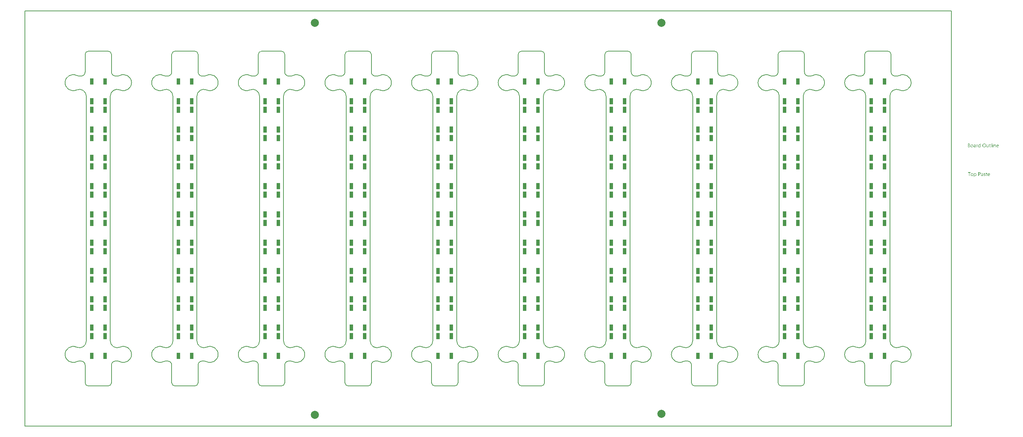
<source format=gtp>
G04*
G04 #@! TF.GenerationSoftware,Altium Limited,Altium Designer,21.8.1 (53)*
G04*
G04 Layer_Color=8421504*
%FSAX25Y25*%
%MOIN*%
G70*
G04*
G04 #@! TF.SameCoordinates,AD8986AE-68BC-4F7F-9B8F-024DBDB40C31*
G04*
G04*
G04 #@! TF.FilePolarity,Positive*
G04*
G01*
G75*
%ADD10C,0.07874*%
%ADD11R,0.03543X0.05906*%
%ADD15C,0.00787*%
G36*
X0926178Y0256771D02*
X0926202D01*
X0926258Y0256747D01*
X0926289Y0256728D01*
X0926320Y0256703D01*
X0926326Y0256697D01*
X0926332Y0256691D01*
X0926363Y0256654D01*
X0926388Y0256592D01*
X0926394Y0256555D01*
X0926400Y0256518D01*
Y0256511D01*
Y0256499D01*
X0926394Y0256480D01*
X0926388Y0256456D01*
X0926369Y0256394D01*
X0926345Y0256363D01*
X0926320Y0256332D01*
X0926314D01*
X0926308Y0256319D01*
X0926270Y0256295D01*
X0926215Y0256270D01*
X0926178Y0256264D01*
X0926140Y0256258D01*
X0926122D01*
X0926103Y0256264D01*
X0926079D01*
X0926017Y0256289D01*
X0925986Y0256301D01*
X0925955Y0256326D01*
Y0256332D01*
X0925942Y0256338D01*
X0925930Y0256357D01*
X0925918Y0256375D01*
X0925893Y0256437D01*
X0925887Y0256474D01*
X0925881Y0256518D01*
Y0256524D01*
Y0256536D01*
X0925887Y0256555D01*
X0925893Y0256586D01*
X0925911Y0256641D01*
X0925930Y0256672D01*
X0925955Y0256703D01*
X0925961Y0256710D01*
X0925967Y0256716D01*
X0926004Y0256740D01*
X0926066Y0256765D01*
X0926103Y0256778D01*
X0926159D01*
X0926178Y0256771D01*
D02*
G37*
G36*
X0914188Y0253107D02*
X0913785D01*
Y0253528D01*
X0913773D01*
Y0253522D01*
X0913760Y0253509D01*
X0913742Y0253485D01*
X0913723Y0253453D01*
X0913692Y0253416D01*
X0913655Y0253379D01*
X0913612Y0253336D01*
X0913562Y0253293D01*
X0913507Y0253243D01*
X0913439Y0253200D01*
X0913371Y0253163D01*
X0913290Y0253126D01*
X0913210Y0253095D01*
X0913117Y0253070D01*
X0913018Y0253057D01*
X0912912Y0253051D01*
X0912869D01*
X0912832Y0253057D01*
X0912795Y0253064D01*
X0912745Y0253070D01*
X0912640Y0253095D01*
X0912516Y0253132D01*
X0912392Y0253194D01*
X0912324Y0253231D01*
X0912269Y0253274D01*
X0912207Y0253330D01*
X0912151Y0253385D01*
Y0253392D01*
X0912139Y0253404D01*
X0912126Y0253423D01*
X0912108Y0253447D01*
X0912089Y0253478D01*
X0912064Y0253522D01*
X0912040Y0253571D01*
X0912015Y0253627D01*
X0911984Y0253689D01*
X0911959Y0253757D01*
X0911934Y0253831D01*
X0911916Y0253912D01*
X0911897Y0253998D01*
X0911885Y0254097D01*
X0911879Y0254196D01*
X0911872Y0254302D01*
Y0254308D01*
Y0254326D01*
Y0254363D01*
X0911879Y0254407D01*
X0911885Y0254456D01*
X0911891Y0254518D01*
X0911897Y0254586D01*
X0911910Y0254661D01*
X0911947Y0254821D01*
X0912002Y0254989D01*
X0912040Y0255069D01*
X0912083Y0255150D01*
X0912126Y0255224D01*
X0912182Y0255298D01*
X0912188Y0255304D01*
X0912194Y0255317D01*
X0912213Y0255335D01*
X0912238Y0255360D01*
X0912269Y0255385D01*
X0912312Y0255416D01*
X0912355Y0255453D01*
X0912405Y0255490D01*
X0912529Y0255558D01*
X0912671Y0255620D01*
X0912751Y0255639D01*
X0912838Y0255657D01*
X0912925Y0255669D01*
X0913024Y0255676D01*
X0913073D01*
X0913111Y0255669D01*
X0913148Y0255663D01*
X0913197Y0255657D01*
X0913309Y0255626D01*
X0913432Y0255577D01*
X0913494Y0255546D01*
X0913556Y0255502D01*
X0913618Y0255459D01*
X0913674Y0255403D01*
X0913723Y0255342D01*
X0913773Y0255267D01*
X0913785D01*
Y0256827D01*
X0914188D01*
Y0253107D01*
D02*
G37*
G36*
X0928456Y0255669D02*
X0928530Y0255663D01*
X0928623Y0255645D01*
X0928722Y0255614D01*
X0928827Y0255564D01*
X0928932Y0255496D01*
X0928975Y0255459D01*
X0929019Y0255410D01*
X0929031Y0255397D01*
X0929056Y0255360D01*
X0929087Y0255298D01*
X0929130Y0255211D01*
X0929167Y0255106D01*
X0929204Y0254976D01*
X0929229Y0254821D01*
X0929235Y0254642D01*
Y0253107D01*
X0928833D01*
Y0254537D01*
Y0254543D01*
Y0254574D01*
X0928827Y0254611D01*
Y0254661D01*
X0928815Y0254722D01*
X0928802Y0254791D01*
X0928784Y0254865D01*
X0928759Y0254939D01*
X0928728Y0255013D01*
X0928691Y0255082D01*
X0928641Y0255150D01*
X0928586Y0255211D01*
X0928524Y0255261D01*
X0928443Y0255298D01*
X0928356Y0255329D01*
X0928251Y0255335D01*
X0928239D01*
X0928202Y0255329D01*
X0928146Y0255323D01*
X0928078Y0255304D01*
X0927997Y0255280D01*
X0927911Y0255236D01*
X0927830Y0255181D01*
X0927750Y0255106D01*
X0927744Y0255094D01*
X0927719Y0255069D01*
X0927688Y0255020D01*
X0927651Y0254952D01*
X0927614Y0254871D01*
X0927583Y0254772D01*
X0927558Y0254661D01*
X0927552Y0254537D01*
Y0253107D01*
X0927149D01*
Y0255620D01*
X0927552D01*
Y0255199D01*
X0927564D01*
X0927570Y0255205D01*
X0927577Y0255218D01*
X0927595Y0255242D01*
X0927620Y0255273D01*
X0927645Y0255311D01*
X0927682Y0255348D01*
X0927725Y0255391D01*
X0927775Y0255440D01*
X0927830Y0255484D01*
X0927892Y0255527D01*
X0927960Y0255564D01*
X0928035Y0255602D01*
X0928109Y0255632D01*
X0928195Y0255657D01*
X0928288Y0255669D01*
X0928387Y0255676D01*
X0928424D01*
X0928456Y0255669D01*
D02*
G37*
G36*
X0911458Y0255657D02*
X0911532Y0255651D01*
X0911575Y0255639D01*
X0911606Y0255626D01*
Y0255211D01*
X0911600Y0255218D01*
X0911588Y0255224D01*
X0911563Y0255236D01*
X0911532Y0255255D01*
X0911489Y0255267D01*
X0911433Y0255280D01*
X0911371Y0255286D01*
X0911303Y0255292D01*
X0911291D01*
X0911260Y0255286D01*
X0911210Y0255280D01*
X0911154Y0255261D01*
X0911080Y0255230D01*
X0911012Y0255187D01*
X0910938Y0255125D01*
X0910870Y0255044D01*
X0910863Y0255032D01*
X0910845Y0255001D01*
X0910814Y0254945D01*
X0910783Y0254871D01*
X0910752Y0254778D01*
X0910721Y0254661D01*
X0910703Y0254531D01*
X0910696Y0254382D01*
Y0253107D01*
X0910294D01*
Y0255620D01*
X0910696D01*
Y0255100D01*
X0910709D01*
Y0255106D01*
X0910715Y0255112D01*
X0910727Y0255143D01*
X0910746Y0255193D01*
X0910777Y0255255D01*
X0910808Y0255317D01*
X0910857Y0255385D01*
X0910907Y0255453D01*
X0910969Y0255515D01*
X0910975Y0255521D01*
X0911000Y0255540D01*
X0911037Y0255564D01*
X0911086Y0255589D01*
X0911142Y0255614D01*
X0911210Y0255639D01*
X0911284Y0255657D01*
X0911365Y0255663D01*
X0911421D01*
X0911458Y0255657D01*
D02*
G37*
G36*
X0922197Y0253107D02*
X0921795D01*
Y0253503D01*
X0921783D01*
Y0253497D01*
X0921770Y0253485D01*
X0921758Y0253460D01*
X0921733Y0253435D01*
X0921677Y0253361D01*
X0921591Y0253280D01*
X0921541Y0253237D01*
X0921486Y0253194D01*
X0921424Y0253156D01*
X0921349Y0253119D01*
X0921275Y0253095D01*
X0921195Y0253070D01*
X0921102Y0253057D01*
X0921009Y0253051D01*
X0920972D01*
X0920928Y0253057D01*
X0920866Y0253070D01*
X0920798Y0253082D01*
X0920724Y0253107D01*
X0920644Y0253138D01*
X0920563Y0253187D01*
X0920477Y0253243D01*
X0920396Y0253311D01*
X0920322Y0253398D01*
X0920254Y0253503D01*
X0920192Y0253621D01*
X0920148Y0253763D01*
X0920124Y0253930D01*
X0920111Y0254017D01*
Y0254116D01*
Y0255620D01*
X0920508D01*
Y0254178D01*
Y0254172D01*
Y0254147D01*
X0920514Y0254103D01*
X0920520Y0254054D01*
X0920526Y0253992D01*
X0920539Y0253930D01*
X0920557Y0253856D01*
X0920582Y0253782D01*
X0920619Y0253707D01*
X0920656Y0253639D01*
X0920706Y0253571D01*
X0920767Y0253509D01*
X0920836Y0253460D01*
X0920916Y0253423D01*
X0921015Y0253392D01*
X0921120Y0253385D01*
X0921133D01*
X0921170Y0253392D01*
X0921226Y0253398D01*
X0921288Y0253410D01*
X0921368Y0253441D01*
X0921448Y0253478D01*
X0921529Y0253528D01*
X0921603Y0253602D01*
X0921609Y0253614D01*
X0921634Y0253639D01*
X0921665Y0253689D01*
X0921702Y0253757D01*
X0921733Y0253837D01*
X0921764Y0253936D01*
X0921789Y0254048D01*
X0921795Y0254172D01*
Y0255620D01*
X0922197D01*
Y0253107D01*
D02*
G37*
G36*
X0926332D02*
X0925930D01*
Y0255620D01*
X0926332D01*
Y0253107D01*
D02*
G37*
G36*
X0925113D02*
X0924710D01*
Y0256827D01*
X0925113D01*
Y0253107D01*
D02*
G37*
G36*
X0908734Y0255669D02*
X0908790Y0255663D01*
X0908858Y0255645D01*
X0908932Y0255626D01*
X0909013Y0255595D01*
X0909099Y0255558D01*
X0909180Y0255509D01*
X0909260Y0255447D01*
X0909335Y0255372D01*
X0909403Y0255280D01*
X0909458Y0255174D01*
X0909502Y0255051D01*
X0909527Y0254908D01*
X0909539Y0254741D01*
Y0253107D01*
X0909136D01*
Y0253497D01*
X0909124D01*
Y0253491D01*
X0909112Y0253478D01*
X0909099Y0253453D01*
X0909075Y0253429D01*
X0909013Y0253355D01*
X0908932Y0253274D01*
X0908821Y0253194D01*
X0908691Y0253119D01*
X0908610Y0253095D01*
X0908530Y0253070D01*
X0908443Y0253057D01*
X0908350Y0253051D01*
X0908313D01*
X0908288Y0253057D01*
X0908220Y0253064D01*
X0908140Y0253076D01*
X0908041Y0253101D01*
X0907948Y0253132D01*
X0907849Y0253181D01*
X0907762Y0253243D01*
X0907756Y0253256D01*
X0907731Y0253280D01*
X0907694Y0253324D01*
X0907657Y0253385D01*
X0907620Y0253460D01*
X0907583Y0253546D01*
X0907558Y0253652D01*
X0907552Y0253769D01*
Y0253775D01*
Y0253800D01*
X0907558Y0253837D01*
X0907564Y0253881D01*
X0907577Y0253936D01*
X0907595Y0253998D01*
X0907620Y0254066D01*
X0907657Y0254134D01*
X0907700Y0254209D01*
X0907756Y0254283D01*
X0907824Y0254351D01*
X0907905Y0254413D01*
X0907998Y0254475D01*
X0908109Y0254524D01*
X0908233Y0254561D01*
X0908381Y0254592D01*
X0909136Y0254698D01*
Y0254704D01*
Y0254722D01*
X0909130Y0254760D01*
Y0254797D01*
X0909118Y0254846D01*
X0909112Y0254902D01*
X0909075Y0255020D01*
X0909044Y0255075D01*
X0909013Y0255131D01*
X0908969Y0255187D01*
X0908920Y0255236D01*
X0908858Y0255280D01*
X0908790Y0255311D01*
X0908709Y0255329D01*
X0908617Y0255335D01*
X0908573D01*
X0908542Y0255329D01*
X0908499D01*
X0908456Y0255317D01*
X0908344Y0255298D01*
X0908220Y0255261D01*
X0908084Y0255205D01*
X0908010Y0255168D01*
X0907942Y0255131D01*
X0907868Y0255082D01*
X0907800Y0255026D01*
Y0255440D01*
X0907806D01*
X0907818Y0255453D01*
X0907837Y0255465D01*
X0907868Y0255478D01*
X0907899Y0255496D01*
X0907942Y0255515D01*
X0907991Y0255533D01*
X0908047Y0255558D01*
X0908171Y0255602D01*
X0908319Y0255639D01*
X0908480Y0255663D01*
X0908654Y0255676D01*
X0908691D01*
X0908734Y0255669D01*
D02*
G37*
G36*
X0903045Y0256617D02*
X0903089D01*
X0903132Y0256610D01*
X0903231Y0256598D01*
X0903349Y0256567D01*
X0903473Y0256530D01*
X0903590Y0256474D01*
X0903695Y0256400D01*
X0903702D01*
X0903708Y0256388D01*
X0903739Y0256363D01*
X0903782Y0256313D01*
X0903832Y0256245D01*
X0903875Y0256159D01*
X0903918Y0256060D01*
X0903949Y0255948D01*
X0903962Y0255886D01*
Y0255818D01*
Y0255812D01*
Y0255806D01*
Y0255769D01*
X0903955Y0255713D01*
X0903943Y0255645D01*
X0903924Y0255558D01*
X0903894Y0255471D01*
X0903856Y0255385D01*
X0903801Y0255298D01*
X0903794Y0255286D01*
X0903770Y0255261D01*
X0903733Y0255224D01*
X0903683Y0255174D01*
X0903621Y0255125D01*
X0903547Y0255069D01*
X0903454Y0255026D01*
X0903355Y0254982D01*
Y0254976D01*
X0903374D01*
X0903392Y0254970D01*
X0903411Y0254964D01*
X0903479Y0254952D01*
X0903559Y0254927D01*
X0903646Y0254890D01*
X0903739Y0254846D01*
X0903832Y0254784D01*
X0903918Y0254704D01*
X0903931Y0254692D01*
X0903955Y0254661D01*
X0903986Y0254617D01*
X0904030Y0254549D01*
X0904067Y0254463D01*
X0904104Y0254363D01*
X0904129Y0254246D01*
X0904135Y0254116D01*
Y0254110D01*
Y0254097D01*
Y0254072D01*
X0904129Y0254042D01*
X0904123Y0254004D01*
X0904116Y0253961D01*
X0904092Y0253856D01*
X0904055Y0253738D01*
X0903999Y0253614D01*
X0903962Y0253559D01*
X0903918Y0253497D01*
X0903863Y0253441D01*
X0903807Y0253385D01*
X0903801D01*
X0903794Y0253373D01*
X0903776Y0253361D01*
X0903751Y0253342D01*
X0903720Y0253324D01*
X0903677Y0253299D01*
X0903584Y0253249D01*
X0903467Y0253194D01*
X0903330Y0253150D01*
X0903169Y0253119D01*
X0903089Y0253113D01*
X0902996Y0253107D01*
X0901968D01*
Y0256623D01*
X0903015D01*
X0903045Y0256617D01*
D02*
G37*
G36*
X0923541Y0255620D02*
X0924178D01*
Y0255273D01*
X0923541D01*
Y0253856D01*
Y0253843D01*
Y0253813D01*
X0923547Y0253769D01*
X0923553Y0253713D01*
X0923578Y0253596D01*
X0923596Y0253540D01*
X0923627Y0253497D01*
X0923633Y0253491D01*
X0923646Y0253478D01*
X0923664Y0253466D01*
X0923695Y0253447D01*
X0923732Y0253423D01*
X0923782Y0253410D01*
X0923844Y0253398D01*
X0923912Y0253392D01*
X0923937D01*
X0923968Y0253398D01*
X0924005Y0253404D01*
X0924092Y0253429D01*
X0924135Y0253447D01*
X0924178Y0253472D01*
Y0253126D01*
X0924172D01*
X0924153Y0253113D01*
X0924123Y0253107D01*
X0924079Y0253095D01*
X0924024Y0253082D01*
X0923962Y0253070D01*
X0923887Y0253064D01*
X0923801Y0253057D01*
X0923770D01*
X0923739Y0253064D01*
X0923695Y0253070D01*
X0923646Y0253082D01*
X0923590Y0253095D01*
X0923534Y0253119D01*
X0923472Y0253150D01*
X0923411Y0253187D01*
X0923349Y0253237D01*
X0923293Y0253293D01*
X0923244Y0253367D01*
X0923200Y0253447D01*
X0923169Y0253546D01*
X0923145Y0253658D01*
X0923138Y0253788D01*
Y0255273D01*
X0922711D01*
Y0255620D01*
X0923138D01*
Y0256233D01*
X0923541Y0256363D01*
Y0255620D01*
D02*
G37*
G36*
X0931068Y0255669D02*
X0931111Y0255663D01*
X0931154Y0255657D01*
X0931266Y0255639D01*
X0931390Y0255595D01*
X0931513Y0255540D01*
X0931575Y0255502D01*
X0931637Y0255459D01*
X0931693Y0255410D01*
X0931749Y0255354D01*
X0931755Y0255348D01*
X0931761Y0255342D01*
X0931773Y0255323D01*
X0931792Y0255298D01*
X0931810Y0255261D01*
X0931835Y0255224D01*
X0931860Y0255181D01*
X0931885Y0255125D01*
X0931909Y0255063D01*
X0931934Y0255001D01*
X0931959Y0254927D01*
X0931978Y0254846D01*
X0931996Y0254760D01*
X0932008Y0254673D01*
X0932021Y0254574D01*
Y0254469D01*
Y0254258D01*
X0930244D01*
Y0254252D01*
Y0254240D01*
Y0254221D01*
X0930251Y0254190D01*
X0930257Y0254153D01*
Y0254116D01*
X0930275Y0254017D01*
X0930306Y0253918D01*
X0930343Y0253806D01*
X0930399Y0253701D01*
X0930467Y0253608D01*
X0930480Y0253596D01*
X0930504Y0253571D01*
X0930554Y0253540D01*
X0930622Y0253497D01*
X0930709Y0253453D01*
X0930808Y0253423D01*
X0930925Y0253398D01*
X0931061Y0253385D01*
X0931105D01*
X0931136Y0253392D01*
X0931173D01*
X0931216Y0253398D01*
X0931322Y0253423D01*
X0931439Y0253453D01*
X0931569Y0253503D01*
X0931705Y0253571D01*
X0931773Y0253614D01*
X0931841Y0253664D01*
Y0253286D01*
X0931835D01*
X0931829Y0253274D01*
X0931810Y0253268D01*
X0931779Y0253249D01*
X0931749Y0253231D01*
X0931711Y0253212D01*
X0931662Y0253194D01*
X0931612Y0253169D01*
X0931551Y0253144D01*
X0931482Y0253126D01*
X0931334Y0253088D01*
X0931161Y0253064D01*
X0930969Y0253051D01*
X0930919D01*
X0930882Y0253057D01*
X0930839Y0253064D01*
X0930783Y0253070D01*
X0930665Y0253095D01*
X0930529Y0253132D01*
X0930393Y0253194D01*
X0930325Y0253237D01*
X0930257Y0253280D01*
X0930195Y0253330D01*
X0930133Y0253392D01*
X0930127Y0253398D01*
X0930121Y0253410D01*
X0930108Y0253429D01*
X0930083Y0253453D01*
X0930065Y0253491D01*
X0930040Y0253534D01*
X0930009Y0253584D01*
X0929984Y0253639D01*
X0929953Y0253701D01*
X0929929Y0253775D01*
X0929898Y0253856D01*
X0929879Y0253942D01*
X0929861Y0254035D01*
X0929842Y0254134D01*
X0929836Y0254240D01*
X0929830Y0254351D01*
Y0254357D01*
Y0254376D01*
Y0254407D01*
X0929836Y0254450D01*
X0929842Y0254500D01*
X0929848Y0254555D01*
X0929854Y0254623D01*
X0929873Y0254692D01*
X0929910Y0254840D01*
X0929966Y0255001D01*
X0930003Y0255082D01*
X0930052Y0255156D01*
X0930102Y0255236D01*
X0930158Y0255304D01*
X0930164Y0255311D01*
X0930176Y0255323D01*
X0930195Y0255342D01*
X0930220Y0255360D01*
X0930251Y0255391D01*
X0930288Y0255422D01*
X0930337Y0255453D01*
X0930387Y0255490D01*
X0930504Y0255558D01*
X0930647Y0255620D01*
X0930727Y0255639D01*
X0930808Y0255657D01*
X0930894Y0255669D01*
X0930987Y0255676D01*
X0931037D01*
X0931068Y0255669D01*
D02*
G37*
G36*
X0918025Y0256679D02*
X0918087Y0256672D01*
X0918161Y0256660D01*
X0918242Y0256641D01*
X0918329Y0256623D01*
X0918415Y0256598D01*
X0918514Y0256567D01*
X0918607Y0256524D01*
X0918706Y0256474D01*
X0918805Y0256418D01*
X0918898Y0256350D01*
X0918991Y0256276D01*
X0919078Y0256189D01*
X0919084Y0256183D01*
X0919096Y0256165D01*
X0919121Y0256140D01*
X0919146Y0256103D01*
X0919183Y0256053D01*
X0919220Y0255991D01*
X0919257Y0255923D01*
X0919300Y0255849D01*
X0919344Y0255756D01*
X0919381Y0255663D01*
X0919418Y0255558D01*
X0919455Y0255440D01*
X0919480Y0255323D01*
X0919505Y0255193D01*
X0919517Y0255051D01*
X0919523Y0254908D01*
Y0254896D01*
Y0254871D01*
Y0254828D01*
X0919517Y0254766D01*
X0919511Y0254692D01*
X0919499Y0254611D01*
X0919486Y0254518D01*
X0919468Y0254413D01*
X0919443Y0254308D01*
X0919412Y0254196D01*
X0919375Y0254085D01*
X0919331Y0253974D01*
X0919276Y0253856D01*
X0919214Y0253751D01*
X0919146Y0253645D01*
X0919065Y0253546D01*
X0919059Y0253540D01*
X0919047Y0253528D01*
X0919016Y0253503D01*
X0918985Y0253472D01*
X0918935Y0253429D01*
X0918880Y0253392D01*
X0918818Y0253342D01*
X0918743Y0253299D01*
X0918663Y0253256D01*
X0918570Y0253206D01*
X0918471Y0253169D01*
X0918360Y0253132D01*
X0918242Y0253095D01*
X0918118Y0253070D01*
X0917988Y0253057D01*
X0917846Y0253051D01*
X0917815D01*
X0917772Y0253057D01*
X0917722D01*
X0917660Y0253064D01*
X0917586Y0253076D01*
X0917505Y0253095D01*
X0917412Y0253113D01*
X0917320Y0253138D01*
X0917221Y0253169D01*
X0917122Y0253212D01*
X0917023Y0253256D01*
X0916924Y0253311D01*
X0916825Y0253379D01*
X0916732Y0253453D01*
X0916645Y0253540D01*
X0916639Y0253546D01*
X0916626Y0253565D01*
X0916602Y0253590D01*
X0916577Y0253627D01*
X0916540Y0253676D01*
X0916503Y0253738D01*
X0916465Y0253806D01*
X0916422Y0253887D01*
X0916379Y0253974D01*
X0916342Y0254066D01*
X0916304Y0254172D01*
X0916267Y0254289D01*
X0916243Y0254407D01*
X0916218Y0254537D01*
X0916206Y0254679D01*
X0916199Y0254821D01*
Y0254834D01*
Y0254859D01*
X0916206Y0254902D01*
Y0254964D01*
X0916212Y0255032D01*
X0916224Y0255119D01*
X0916236Y0255211D01*
X0916255Y0255311D01*
X0916280Y0255416D01*
X0916311Y0255527D01*
X0916348Y0255639D01*
X0916391Y0255750D01*
X0916447Y0255861D01*
X0916509Y0255973D01*
X0916577Y0256078D01*
X0916657Y0256177D01*
X0916663Y0256183D01*
X0916676Y0256202D01*
X0916707Y0256227D01*
X0916744Y0256258D01*
X0916787Y0256295D01*
X0916843Y0256338D01*
X0916911Y0256381D01*
X0916985Y0256431D01*
X0917072Y0256480D01*
X0917165Y0256524D01*
X0917264Y0256567D01*
X0917375Y0256604D01*
X0917499Y0256635D01*
X0917629Y0256666D01*
X0917765Y0256679D01*
X0917908Y0256685D01*
X0917976D01*
X0918025Y0256679D01*
D02*
G37*
G36*
X0905998Y0255669D02*
X0906042Y0255663D01*
X0906097Y0255657D01*
X0906221Y0255632D01*
X0906363Y0255589D01*
X0906506Y0255527D01*
X0906580Y0255490D01*
X0906648Y0255447D01*
X0906716Y0255391D01*
X0906778Y0255329D01*
X0906784Y0255323D01*
X0906791Y0255311D01*
X0906809Y0255292D01*
X0906828Y0255267D01*
X0906852Y0255230D01*
X0906877Y0255187D01*
X0906908Y0255137D01*
X0906939Y0255082D01*
X0906964Y0255013D01*
X0906995Y0254945D01*
X0907020Y0254865D01*
X0907044Y0254778D01*
X0907063Y0254685D01*
X0907081Y0254586D01*
X0907088Y0254481D01*
X0907094Y0254370D01*
Y0254363D01*
Y0254345D01*
Y0254314D01*
X0907088Y0254271D01*
X0907081Y0254221D01*
X0907075Y0254159D01*
X0907063Y0254097D01*
X0907051Y0254023D01*
X0907013Y0253874D01*
X0906951Y0253713D01*
X0906914Y0253633D01*
X0906865Y0253553D01*
X0906815Y0253478D01*
X0906753Y0253410D01*
X0906747Y0253404D01*
X0906735Y0253398D01*
X0906716Y0253379D01*
X0906691Y0253355D01*
X0906654Y0253330D01*
X0906617Y0253299D01*
X0906568Y0253262D01*
X0906512Y0253231D01*
X0906450Y0253200D01*
X0906382Y0253163D01*
X0906308Y0253132D01*
X0906227Y0253107D01*
X0906141Y0253082D01*
X0906048Y0253070D01*
X0905949Y0253057D01*
X0905843Y0253051D01*
X0905788D01*
X0905751Y0253057D01*
X0905707Y0253064D01*
X0905651Y0253070D01*
X0905590Y0253082D01*
X0905521Y0253095D01*
X0905379Y0253138D01*
X0905231Y0253200D01*
X0905156Y0253237D01*
X0905088Y0253286D01*
X0905020Y0253336D01*
X0904952Y0253398D01*
X0904946Y0253404D01*
X0904940Y0253416D01*
X0904921Y0253435D01*
X0904902Y0253460D01*
X0904878Y0253497D01*
X0904847Y0253540D01*
X0904816Y0253590D01*
X0904791Y0253645D01*
X0904760Y0253713D01*
X0904729Y0253782D01*
X0904698Y0253856D01*
X0904673Y0253942D01*
X0904636Y0254128D01*
X0904630Y0254227D01*
X0904624Y0254332D01*
Y0254339D01*
Y0254363D01*
Y0254394D01*
X0904630Y0254438D01*
X0904636Y0254487D01*
X0904643Y0254549D01*
X0904655Y0254617D01*
X0904667Y0254692D01*
X0904704Y0254853D01*
X0904766Y0255013D01*
X0904810Y0255094D01*
X0904853Y0255174D01*
X0904902Y0255249D01*
X0904964Y0255317D01*
X0904971Y0255323D01*
X0904983Y0255335D01*
X0905002Y0255348D01*
X0905026Y0255372D01*
X0905064Y0255397D01*
X0905107Y0255428D01*
X0905156Y0255465D01*
X0905212Y0255496D01*
X0905274Y0255527D01*
X0905348Y0255564D01*
X0905422Y0255595D01*
X0905509Y0255620D01*
X0905596Y0255645D01*
X0905695Y0255663D01*
X0905800Y0255669D01*
X0905905Y0255676D01*
X0905961D01*
X0905998Y0255669D01*
D02*
G37*
G36*
X0909211Y0227631D02*
X0909254Y0227625D01*
X0909297Y0227619D01*
X0909409Y0227594D01*
X0909533Y0227557D01*
X0909657Y0227495D01*
X0909718Y0227458D01*
X0909780Y0227409D01*
X0909836Y0227359D01*
X0909892Y0227297D01*
X0909898Y0227291D01*
X0909904Y0227285D01*
X0909916Y0227260D01*
X0909935Y0227235D01*
X0909954Y0227204D01*
X0909978Y0227161D01*
X0910003Y0227111D01*
X0910028Y0227062D01*
X0910053Y0227000D01*
X0910077Y0226932D01*
X0910102Y0226858D01*
X0910121Y0226777D01*
X0910152Y0226598D01*
X0910164Y0226499D01*
Y0226393D01*
Y0226387D01*
Y0226369D01*
Y0226331D01*
X0910158Y0226288D01*
Y0226239D01*
X0910145Y0226177D01*
X0910139Y0226109D01*
X0910127Y0226034D01*
X0910090Y0225873D01*
X0910034Y0225706D01*
X0909997Y0225626D01*
X0909960Y0225545D01*
X0909910Y0225465D01*
X0909855Y0225391D01*
X0909848Y0225384D01*
X0909842Y0225372D01*
X0909824Y0225353D01*
X0909799Y0225335D01*
X0909768Y0225304D01*
X0909731Y0225273D01*
X0909687Y0225236D01*
X0909638Y0225205D01*
X0909582Y0225168D01*
X0909520Y0225131D01*
X0909372Y0225075D01*
X0909291Y0225050D01*
X0909211Y0225031D01*
X0909118Y0225019D01*
X0909019Y0225013D01*
X0908969D01*
X0908938Y0225019D01*
X0908895Y0225025D01*
X0908852Y0225038D01*
X0908740Y0225062D01*
X0908623Y0225112D01*
X0908555Y0225149D01*
X0908493Y0225186D01*
X0908431Y0225236D01*
X0908375Y0225291D01*
X0908313Y0225353D01*
X0908264Y0225428D01*
X0908251D01*
Y0223917D01*
X0907849D01*
Y0227582D01*
X0908251D01*
Y0227136D01*
X0908264D01*
X0908270Y0227142D01*
X0908276Y0227161D01*
X0908295Y0227186D01*
X0908319Y0227217D01*
X0908350Y0227254D01*
X0908387Y0227297D01*
X0908431Y0227340D01*
X0908486Y0227390D01*
X0908542Y0227433D01*
X0908604Y0227477D01*
X0908678Y0227520D01*
X0908753Y0227557D01*
X0908839Y0227594D01*
X0908932Y0227619D01*
X0909025Y0227631D01*
X0909130Y0227638D01*
X0909180D01*
X0909211Y0227631D01*
D02*
G37*
G36*
X0918483D02*
X0918564Y0227625D01*
X0918651Y0227613D01*
X0918750Y0227588D01*
X0918849Y0227563D01*
X0918948Y0227526D01*
Y0227117D01*
X0918935Y0227124D01*
X0918898Y0227149D01*
X0918842Y0227173D01*
X0918768Y0227210D01*
X0918675Y0227241D01*
X0918564Y0227272D01*
X0918440Y0227291D01*
X0918310Y0227297D01*
X0918242D01*
X0918180Y0227285D01*
X0918106Y0227272D01*
X0918100D01*
X0918093Y0227266D01*
X0918056Y0227254D01*
X0918007Y0227229D01*
X0917951Y0227198D01*
X0917939Y0227192D01*
X0917914Y0227167D01*
X0917883Y0227130D01*
X0917852Y0227087D01*
X0917846Y0227074D01*
X0917834Y0227043D01*
X0917821Y0227000D01*
X0917815Y0226944D01*
Y0226938D01*
Y0226926D01*
Y0226907D01*
X0917821Y0226888D01*
X0917834Y0226833D01*
X0917852Y0226777D01*
X0917858Y0226765D01*
X0917877Y0226740D01*
X0917914Y0226703D01*
X0917957Y0226659D01*
X0917963D01*
X0917970Y0226653D01*
X0918007Y0226628D01*
X0918056Y0226598D01*
X0918124Y0226567D01*
X0918131D01*
X0918143Y0226560D01*
X0918161Y0226554D01*
X0918192Y0226542D01*
X0918261Y0226517D01*
X0918347Y0226480D01*
X0918353D01*
X0918378Y0226468D01*
X0918409Y0226455D01*
X0918446Y0226443D01*
X0918545Y0226399D01*
X0918644Y0226350D01*
X0918651D01*
X0918669Y0226338D01*
X0918694Y0226325D01*
X0918725Y0226307D01*
X0918799Y0226257D01*
X0918873Y0226195D01*
X0918880Y0226189D01*
X0918892Y0226183D01*
X0918904Y0226164D01*
X0918929Y0226139D01*
X0918972Y0226078D01*
X0919016Y0225997D01*
Y0225991D01*
X0919022Y0225979D01*
X0919034Y0225954D01*
X0919040Y0225923D01*
X0919053Y0225886D01*
X0919059Y0225842D01*
X0919065Y0225737D01*
Y0225731D01*
Y0225706D01*
X0919059Y0225669D01*
X0919053Y0225626D01*
X0919047Y0225576D01*
X0919028Y0225520D01*
X0919009Y0225471D01*
X0918979Y0225415D01*
X0918972Y0225409D01*
X0918966Y0225391D01*
X0918948Y0225366D01*
X0918923Y0225335D01*
X0918892Y0225298D01*
X0918855Y0225261D01*
X0918762Y0225186D01*
X0918756Y0225180D01*
X0918737Y0225174D01*
X0918712Y0225155D01*
X0918669Y0225137D01*
X0918626Y0225112D01*
X0918570Y0225093D01*
X0918514Y0225075D01*
X0918446Y0225056D01*
X0918440D01*
X0918415Y0225050D01*
X0918378Y0225044D01*
X0918335Y0225038D01*
X0918273Y0225025D01*
X0918211Y0225019D01*
X0918069Y0225013D01*
X0918007D01*
X0917933Y0225019D01*
X0917840Y0225031D01*
X0917734Y0225050D01*
X0917623Y0225075D01*
X0917512Y0225106D01*
X0917400Y0225155D01*
Y0225589D01*
X0917406D01*
X0917412Y0225576D01*
X0917431Y0225564D01*
X0917456Y0225552D01*
X0917524Y0225514D01*
X0917617Y0225471D01*
X0917722Y0225422D01*
X0917846Y0225384D01*
X0917982Y0225360D01*
X0918124Y0225347D01*
X0918174D01*
X0918205Y0225353D01*
X0918291Y0225366D01*
X0918391Y0225391D01*
X0918483Y0225434D01*
X0918527Y0225465D01*
X0918570Y0225496D01*
X0918601Y0225539D01*
X0918626Y0225582D01*
X0918644Y0225638D01*
X0918651Y0225700D01*
Y0225706D01*
Y0225719D01*
Y0225737D01*
X0918644Y0225756D01*
X0918632Y0225812D01*
X0918607Y0225867D01*
Y0225873D01*
X0918601Y0225880D01*
X0918576Y0225910D01*
X0918539Y0225954D01*
X0918483Y0225991D01*
X0918477D01*
X0918471Y0226003D01*
X0918434Y0226022D01*
X0918378Y0226059D01*
X0918304Y0226090D01*
X0918298D01*
X0918285Y0226096D01*
X0918267Y0226109D01*
X0918236Y0226121D01*
X0918168Y0226146D01*
X0918081Y0226183D01*
X0918075D01*
X0918050Y0226195D01*
X0918019Y0226208D01*
X0917982Y0226220D01*
X0917883Y0226263D01*
X0917784Y0226313D01*
X0917778Y0226319D01*
X0917765Y0226325D01*
X0917741Y0226338D01*
X0917710Y0226356D01*
X0917642Y0226406D01*
X0917574Y0226461D01*
X0917567Y0226468D01*
X0917561Y0226474D01*
X0917542Y0226492D01*
X0917524Y0226517D01*
X0917481Y0226579D01*
X0917443Y0226653D01*
Y0226659D01*
X0917437Y0226672D01*
X0917431Y0226697D01*
X0917425Y0226728D01*
X0917419Y0226765D01*
X0917412Y0226808D01*
X0917406Y0226913D01*
Y0226920D01*
Y0226944D01*
X0917412Y0226975D01*
X0917419Y0227018D01*
X0917425Y0227068D01*
X0917443Y0227117D01*
X0917462Y0227173D01*
X0917487Y0227223D01*
X0917493Y0227229D01*
X0917499Y0227248D01*
X0917518Y0227272D01*
X0917542Y0227303D01*
X0917611Y0227378D01*
X0917697Y0227452D01*
X0917704Y0227458D01*
X0917722Y0227464D01*
X0917747Y0227483D01*
X0917790Y0227501D01*
X0917834Y0227526D01*
X0917883Y0227551D01*
X0918007Y0227588D01*
X0918013D01*
X0918038Y0227594D01*
X0918069Y0227607D01*
X0918118Y0227613D01*
X0918168Y0227625D01*
X0918230Y0227631D01*
X0918366Y0227638D01*
X0918421D01*
X0918483Y0227631D01*
D02*
G37*
G36*
X0915989D02*
X0916045Y0227625D01*
X0916113Y0227607D01*
X0916187Y0227588D01*
X0916267Y0227557D01*
X0916354Y0227520D01*
X0916434Y0227470D01*
X0916515Y0227409D01*
X0916589Y0227334D01*
X0916657Y0227241D01*
X0916713Y0227136D01*
X0916756Y0227012D01*
X0916781Y0226870D01*
X0916794Y0226703D01*
Y0225069D01*
X0916391D01*
Y0225459D01*
X0916379D01*
Y0225452D01*
X0916366Y0225440D01*
X0916354Y0225415D01*
X0916329Y0225391D01*
X0916267Y0225316D01*
X0916187Y0225236D01*
X0916076Y0225155D01*
X0915946Y0225081D01*
X0915865Y0225056D01*
X0915785Y0225031D01*
X0915698Y0225019D01*
X0915605Y0225013D01*
X0915568D01*
X0915543Y0225019D01*
X0915475Y0225025D01*
X0915395Y0225038D01*
X0915296Y0225062D01*
X0915203Y0225093D01*
X0915104Y0225143D01*
X0915017Y0225205D01*
X0915011Y0225217D01*
X0914986Y0225242D01*
X0914949Y0225285D01*
X0914912Y0225347D01*
X0914875Y0225422D01*
X0914837Y0225508D01*
X0914813Y0225613D01*
X0914806Y0225731D01*
Y0225737D01*
Y0225762D01*
X0914813Y0225799D01*
X0914819Y0225842D01*
X0914831Y0225898D01*
X0914850Y0225960D01*
X0914875Y0226028D01*
X0914912Y0226096D01*
X0914955Y0226170D01*
X0915011Y0226245D01*
X0915079Y0226313D01*
X0915159Y0226375D01*
X0915252Y0226437D01*
X0915364Y0226486D01*
X0915487Y0226523D01*
X0915636Y0226554D01*
X0916391Y0226659D01*
Y0226666D01*
Y0226684D01*
X0916385Y0226721D01*
Y0226759D01*
X0916373Y0226808D01*
X0916366Y0226864D01*
X0916329Y0226981D01*
X0916298Y0227037D01*
X0916267Y0227093D01*
X0916224Y0227149D01*
X0916175Y0227198D01*
X0916113Y0227241D01*
X0916045Y0227272D01*
X0915964Y0227291D01*
X0915871Y0227297D01*
X0915828D01*
X0915797Y0227291D01*
X0915754D01*
X0915710Y0227278D01*
X0915599Y0227260D01*
X0915475Y0227223D01*
X0915339Y0227167D01*
X0915265Y0227130D01*
X0915197Y0227093D01*
X0915122Y0227043D01*
X0915054Y0226988D01*
Y0227402D01*
X0915060D01*
X0915073Y0227415D01*
X0915091Y0227427D01*
X0915122Y0227439D01*
X0915153Y0227458D01*
X0915197Y0227477D01*
X0915246Y0227495D01*
X0915302Y0227520D01*
X0915425Y0227563D01*
X0915574Y0227600D01*
X0915735Y0227625D01*
X0915908Y0227638D01*
X0915946D01*
X0915989Y0227631D01*
D02*
G37*
G36*
X0913290Y0228578D02*
X0913340D01*
X0913389Y0228572D01*
X0913519Y0228547D01*
X0913655Y0228517D01*
X0913804Y0228467D01*
X0913946Y0228399D01*
X0914008Y0228356D01*
X0914070Y0228306D01*
X0914076D01*
X0914082Y0228294D01*
X0914101Y0228275D01*
X0914119Y0228257D01*
X0914169Y0228195D01*
X0914231Y0228108D01*
X0914287Y0227996D01*
X0914336Y0227867D01*
X0914373Y0227712D01*
X0914379Y0227625D01*
X0914386Y0227532D01*
Y0227526D01*
Y0227507D01*
Y0227483D01*
X0914379Y0227452D01*
X0914373Y0227409D01*
X0914367Y0227359D01*
X0914342Y0227241D01*
X0914299Y0227111D01*
X0914237Y0226975D01*
X0914200Y0226907D01*
X0914157Y0226839D01*
X0914101Y0226771D01*
X0914039Y0226709D01*
X0914033Y0226703D01*
X0914020Y0226697D01*
X0914002Y0226678D01*
X0913977Y0226659D01*
X0913940Y0226635D01*
X0913897Y0226610D01*
X0913847Y0226579D01*
X0913791Y0226554D01*
X0913729Y0226523D01*
X0913661Y0226492D01*
X0913581Y0226468D01*
X0913500Y0226443D01*
X0913315Y0226406D01*
X0913216Y0226399D01*
X0913111Y0226393D01*
X0912646D01*
Y0225069D01*
X0912232D01*
Y0228585D01*
X0913253D01*
X0913290Y0228578D01*
D02*
G37*
G36*
X0904407Y0228213D02*
X0903392D01*
Y0225069D01*
X0902984D01*
Y0228213D01*
X0901968D01*
Y0228585D01*
X0904407D01*
Y0228213D01*
D02*
G37*
G36*
X0920217Y0227582D02*
X0920854D01*
Y0227235D01*
X0920217D01*
Y0225818D01*
Y0225805D01*
Y0225774D01*
X0920223Y0225731D01*
X0920229Y0225675D01*
X0920254Y0225558D01*
X0920272Y0225502D01*
X0920303Y0225459D01*
X0920309Y0225452D01*
X0920322Y0225440D01*
X0920340Y0225428D01*
X0920371Y0225409D01*
X0920409Y0225384D01*
X0920458Y0225372D01*
X0920520Y0225360D01*
X0920588Y0225353D01*
X0920613D01*
X0920644Y0225360D01*
X0920681Y0225366D01*
X0920767Y0225391D01*
X0920811Y0225409D01*
X0920854Y0225434D01*
Y0225087D01*
X0920848D01*
X0920829Y0225075D01*
X0920798Y0225069D01*
X0920755Y0225056D01*
X0920699Y0225044D01*
X0920638Y0225031D01*
X0920563Y0225025D01*
X0920477Y0225019D01*
X0920446D01*
X0920415Y0225025D01*
X0920371Y0225031D01*
X0920322Y0225044D01*
X0920266Y0225056D01*
X0920210Y0225081D01*
X0920148Y0225112D01*
X0920087Y0225149D01*
X0920025Y0225199D01*
X0919969Y0225254D01*
X0919919Y0225329D01*
X0919876Y0225409D01*
X0919845Y0225508D01*
X0919820Y0225620D01*
X0919814Y0225750D01*
Y0227235D01*
X0919387D01*
Y0227582D01*
X0919814D01*
Y0228195D01*
X0920217Y0228325D01*
Y0227582D01*
D02*
G37*
G36*
X0922457Y0227631D02*
X0922501Y0227625D01*
X0922544Y0227619D01*
X0922655Y0227600D01*
X0922779Y0227557D01*
X0922903Y0227501D01*
X0922965Y0227464D01*
X0923027Y0227421D01*
X0923083Y0227371D01*
X0923138Y0227316D01*
X0923145Y0227309D01*
X0923151Y0227303D01*
X0923163Y0227285D01*
X0923182Y0227260D01*
X0923200Y0227223D01*
X0923225Y0227186D01*
X0923250Y0227142D01*
X0923275Y0227087D01*
X0923299Y0227025D01*
X0923324Y0226963D01*
X0923349Y0226888D01*
X0923367Y0226808D01*
X0923386Y0226721D01*
X0923398Y0226635D01*
X0923411Y0226536D01*
Y0226431D01*
Y0226220D01*
X0921634D01*
Y0226214D01*
Y0226201D01*
Y0226183D01*
X0921640Y0226152D01*
X0921646Y0226115D01*
Y0226078D01*
X0921665Y0225979D01*
X0921696Y0225880D01*
X0921733Y0225768D01*
X0921789Y0225663D01*
X0921857Y0225570D01*
X0921869Y0225558D01*
X0921894Y0225533D01*
X0921944Y0225502D01*
X0922012Y0225459D01*
X0922098Y0225415D01*
X0922197Y0225384D01*
X0922315Y0225360D01*
X0922451Y0225347D01*
X0922495D01*
X0922526Y0225353D01*
X0922563D01*
X0922606Y0225360D01*
X0922711Y0225384D01*
X0922829Y0225415D01*
X0922959Y0225465D01*
X0923095Y0225533D01*
X0923163Y0225576D01*
X0923231Y0225626D01*
Y0225248D01*
X0923225D01*
X0923219Y0225236D01*
X0923200Y0225230D01*
X0923169Y0225211D01*
X0923138Y0225192D01*
X0923101Y0225174D01*
X0923052Y0225155D01*
X0923002Y0225131D01*
X0922940Y0225106D01*
X0922872Y0225087D01*
X0922724Y0225050D01*
X0922550Y0225025D01*
X0922358Y0225013D01*
X0922309D01*
X0922272Y0225019D01*
X0922228Y0225025D01*
X0922173Y0225031D01*
X0922055Y0225056D01*
X0921919Y0225093D01*
X0921783Y0225155D01*
X0921715Y0225199D01*
X0921646Y0225242D01*
X0921585Y0225291D01*
X0921523Y0225353D01*
X0921517Y0225360D01*
X0921510Y0225372D01*
X0921498Y0225391D01*
X0921473Y0225415D01*
X0921455Y0225452D01*
X0921430Y0225496D01*
X0921399Y0225545D01*
X0921374Y0225601D01*
X0921343Y0225663D01*
X0921318Y0225737D01*
X0921288Y0225818D01*
X0921269Y0225904D01*
X0921250Y0225997D01*
X0921232Y0226096D01*
X0921226Y0226201D01*
X0921219Y0226313D01*
Y0226319D01*
Y0226338D01*
Y0226369D01*
X0921226Y0226412D01*
X0921232Y0226461D01*
X0921238Y0226517D01*
X0921244Y0226585D01*
X0921263Y0226653D01*
X0921300Y0226802D01*
X0921356Y0226963D01*
X0921393Y0227043D01*
X0921442Y0227117D01*
X0921492Y0227198D01*
X0921548Y0227266D01*
X0921554Y0227272D01*
X0921566Y0227285D01*
X0921585Y0227303D01*
X0921609Y0227322D01*
X0921640Y0227353D01*
X0921677Y0227384D01*
X0921727Y0227415D01*
X0921776Y0227452D01*
X0921894Y0227520D01*
X0922036Y0227582D01*
X0922117Y0227600D01*
X0922197Y0227619D01*
X0922284Y0227631D01*
X0922377Y0227638D01*
X0922426D01*
X0922457Y0227631D01*
D02*
G37*
G36*
X0906110D02*
X0906153Y0227625D01*
X0906209Y0227619D01*
X0906332Y0227594D01*
X0906475Y0227551D01*
X0906617Y0227489D01*
X0906691Y0227452D01*
X0906759Y0227409D01*
X0906828Y0227353D01*
X0906890Y0227291D01*
X0906896Y0227285D01*
X0906902Y0227272D01*
X0906921Y0227254D01*
X0906939Y0227229D01*
X0906964Y0227192D01*
X0906989Y0227149D01*
X0907020Y0227099D01*
X0907051Y0227043D01*
X0907075Y0226975D01*
X0907106Y0226907D01*
X0907131Y0226827D01*
X0907156Y0226740D01*
X0907174Y0226647D01*
X0907193Y0226548D01*
X0907199Y0226443D01*
X0907205Y0226331D01*
Y0226325D01*
Y0226307D01*
Y0226276D01*
X0907199Y0226232D01*
X0907193Y0226183D01*
X0907187Y0226121D01*
X0907174Y0226059D01*
X0907162Y0225985D01*
X0907125Y0225836D01*
X0907063Y0225675D01*
X0907026Y0225595D01*
X0906976Y0225514D01*
X0906927Y0225440D01*
X0906865Y0225372D01*
X0906859Y0225366D01*
X0906846Y0225360D01*
X0906828Y0225341D01*
X0906803Y0225316D01*
X0906766Y0225291D01*
X0906729Y0225261D01*
X0906679Y0225223D01*
X0906623Y0225192D01*
X0906561Y0225162D01*
X0906493Y0225124D01*
X0906419Y0225093D01*
X0906339Y0225069D01*
X0906252Y0225044D01*
X0906159Y0225031D01*
X0906060Y0225019D01*
X0905955Y0225013D01*
X0905899D01*
X0905862Y0225019D01*
X0905819Y0225025D01*
X0905763Y0225031D01*
X0905701Y0225044D01*
X0905633Y0225056D01*
X0905491Y0225100D01*
X0905342Y0225162D01*
X0905268Y0225199D01*
X0905200Y0225248D01*
X0905132Y0225298D01*
X0905064Y0225360D01*
X0905057Y0225366D01*
X0905051Y0225378D01*
X0905033Y0225397D01*
X0905014Y0225422D01*
X0904989Y0225459D01*
X0904958Y0225502D01*
X0904927Y0225552D01*
X0904902Y0225607D01*
X0904872Y0225675D01*
X0904841Y0225743D01*
X0904810Y0225818D01*
X0904785Y0225904D01*
X0904748Y0226090D01*
X0904742Y0226189D01*
X0904735Y0226294D01*
Y0226301D01*
Y0226325D01*
Y0226356D01*
X0904742Y0226399D01*
X0904748Y0226449D01*
X0904754Y0226511D01*
X0904766Y0226579D01*
X0904779Y0226653D01*
X0904816Y0226814D01*
X0904878Y0226975D01*
X0904921Y0227056D01*
X0904964Y0227136D01*
X0905014Y0227210D01*
X0905076Y0227278D01*
X0905082Y0227285D01*
X0905094Y0227297D01*
X0905113Y0227309D01*
X0905138Y0227334D01*
X0905175Y0227359D01*
X0905218Y0227390D01*
X0905268Y0227427D01*
X0905324Y0227458D01*
X0905385Y0227489D01*
X0905460Y0227526D01*
X0905534Y0227557D01*
X0905621Y0227582D01*
X0905707Y0227607D01*
X0905806Y0227625D01*
X0905912Y0227631D01*
X0906017Y0227638D01*
X0906073D01*
X0906110Y0227631D01*
D02*
G37*
%LPC*%
G36*
X0913073Y0255335D02*
X0913036D01*
X0913011Y0255329D01*
X0912943Y0255323D01*
X0912863Y0255304D01*
X0912770Y0255267D01*
X0912671Y0255218D01*
X0912578Y0255156D01*
X0912535Y0255112D01*
X0912492Y0255063D01*
X0912485Y0255051D01*
X0912461Y0255013D01*
X0912423Y0254952D01*
X0912386Y0254871D01*
X0912349Y0254766D01*
X0912312Y0254636D01*
X0912287Y0254487D01*
X0912281Y0254320D01*
Y0254314D01*
Y0254302D01*
Y0254277D01*
X0912287Y0254246D01*
Y0254215D01*
X0912293Y0254172D01*
X0912306Y0254072D01*
X0912331Y0253961D01*
X0912368Y0253850D01*
X0912417Y0253738D01*
X0912485Y0253633D01*
X0912498Y0253621D01*
X0912522Y0253596D01*
X0912566Y0253553D01*
X0912628Y0253509D01*
X0912708Y0253466D01*
X0912801Y0253423D01*
X0912906Y0253398D01*
X0913030Y0253385D01*
X0913061D01*
X0913086Y0253392D01*
X0913148Y0253398D01*
X0913222Y0253416D01*
X0913309Y0253447D01*
X0913401Y0253485D01*
X0913488Y0253546D01*
X0913575Y0253627D01*
X0913581Y0253639D01*
X0913606Y0253670D01*
X0913643Y0253726D01*
X0913680Y0253794D01*
X0913717Y0253881D01*
X0913754Y0253986D01*
X0913779Y0254110D01*
X0913785Y0254240D01*
Y0254611D01*
Y0254617D01*
Y0254623D01*
Y0254661D01*
X0913773Y0254716D01*
X0913760Y0254791D01*
X0913736Y0254871D01*
X0913698Y0254958D01*
X0913649Y0255044D01*
X0913581Y0255125D01*
X0913575Y0255131D01*
X0913544Y0255156D01*
X0913500Y0255193D01*
X0913445Y0255230D01*
X0913371Y0255267D01*
X0913284Y0255304D01*
X0913185Y0255329D01*
X0913073Y0255335D01*
D02*
G37*
G36*
X0909136Y0254376D02*
X0908530Y0254289D01*
X0908517D01*
X0908486Y0254283D01*
X0908437Y0254271D01*
X0908375Y0254258D01*
X0908307Y0254240D01*
X0908233Y0254215D01*
X0908171Y0254190D01*
X0908109Y0254153D01*
X0908103Y0254147D01*
X0908084Y0254134D01*
X0908066Y0254110D01*
X0908041Y0254072D01*
X0908010Y0254023D01*
X0907991Y0253961D01*
X0907973Y0253887D01*
X0907967Y0253800D01*
Y0253794D01*
Y0253769D01*
X0907973Y0253738D01*
X0907985Y0253695D01*
X0907998Y0253645D01*
X0908022Y0253596D01*
X0908053Y0253546D01*
X0908097Y0253497D01*
X0908103Y0253491D01*
X0908121Y0253478D01*
X0908152Y0253460D01*
X0908189Y0253441D01*
X0908239Y0253423D01*
X0908301Y0253404D01*
X0908369Y0253392D01*
X0908449Y0253385D01*
X0908462D01*
X0908499Y0253392D01*
X0908555Y0253398D01*
X0908623Y0253410D01*
X0908697Y0253435D01*
X0908784Y0253472D01*
X0908864Y0253528D01*
X0908938Y0253596D01*
X0908945Y0253608D01*
X0908969Y0253633D01*
X0909000Y0253676D01*
X0909037Y0253738D01*
X0909075Y0253819D01*
X0909106Y0253905D01*
X0909130Y0254011D01*
X0909136Y0254122D01*
Y0254376D01*
D02*
G37*
G36*
X0902854Y0256251D02*
X0902383D01*
Y0255112D01*
X0902860D01*
X0902922Y0255119D01*
X0902996Y0255131D01*
X0903083Y0255150D01*
X0903176Y0255181D01*
X0903256Y0255218D01*
X0903337Y0255273D01*
X0903343Y0255280D01*
X0903367Y0255304D01*
X0903398Y0255342D01*
X0903436Y0255397D01*
X0903467Y0255459D01*
X0903497Y0255540D01*
X0903522Y0255632D01*
X0903528Y0255738D01*
Y0255744D01*
Y0255762D01*
X0903522Y0255787D01*
X0903516Y0255818D01*
X0903491Y0255899D01*
X0903473Y0255948D01*
X0903442Y0255998D01*
X0903411Y0256041D01*
X0903361Y0256090D01*
X0903312Y0256134D01*
X0903244Y0256171D01*
X0903169Y0256202D01*
X0903076Y0256227D01*
X0902971Y0256245D01*
X0902854Y0256251D01*
D02*
G37*
G36*
Y0254741D02*
X0902383D01*
Y0253478D01*
X0903002D01*
X0903064Y0253485D01*
X0903151Y0253497D01*
X0903237Y0253522D01*
X0903330Y0253546D01*
X0903423Y0253590D01*
X0903504Y0253645D01*
X0903510Y0253652D01*
X0903535Y0253676D01*
X0903566Y0253713D01*
X0903603Y0253769D01*
X0903640Y0253837D01*
X0903671Y0253918D01*
X0903695Y0254017D01*
X0903702Y0254122D01*
Y0254128D01*
Y0254147D01*
X0903695Y0254178D01*
X0903689Y0254221D01*
X0903677Y0254264D01*
X0903658Y0254320D01*
X0903634Y0254376D01*
X0903596Y0254432D01*
X0903553Y0254487D01*
X0903497Y0254543D01*
X0903429Y0254599D01*
X0903343Y0254642D01*
X0903250Y0254685D01*
X0903132Y0254716D01*
X0903002Y0254735D01*
X0902854Y0254741D01*
D02*
G37*
G36*
X0930981Y0255335D02*
X0930931D01*
X0930882Y0255323D01*
X0930814Y0255311D01*
X0930740Y0255286D01*
X0930653Y0255249D01*
X0930573Y0255199D01*
X0930492Y0255131D01*
X0930486Y0255125D01*
X0930461Y0255094D01*
X0930430Y0255051D01*
X0930387Y0254989D01*
X0930343Y0254914D01*
X0930306Y0254821D01*
X0930275Y0254716D01*
X0930251Y0254599D01*
X0931606D01*
Y0254605D01*
Y0254617D01*
Y0254630D01*
Y0254654D01*
X0931600Y0254722D01*
X0931588Y0254797D01*
X0931563Y0254890D01*
X0931538Y0254976D01*
X0931495Y0255063D01*
X0931439Y0255143D01*
X0931433Y0255150D01*
X0931408Y0255174D01*
X0931371Y0255205D01*
X0931322Y0255242D01*
X0931253Y0255273D01*
X0931173Y0255304D01*
X0931086Y0255329D01*
X0930981Y0255335D01*
D02*
G37*
G36*
X0917877Y0256307D02*
X0917821D01*
X0917784Y0256301D01*
X0917734Y0256295D01*
X0917685Y0256289D01*
X0917623Y0256276D01*
X0917555Y0256258D01*
X0917412Y0256208D01*
X0917338Y0256177D01*
X0917258Y0256140D01*
X0917183Y0256090D01*
X0917109Y0256035D01*
X0917041Y0255973D01*
X0916973Y0255905D01*
X0916967Y0255899D01*
X0916961Y0255886D01*
X0916942Y0255861D01*
X0916917Y0255831D01*
X0916893Y0255793D01*
X0916868Y0255744D01*
X0916837Y0255688D01*
X0916806Y0255626D01*
X0916769Y0255552D01*
X0916738Y0255478D01*
X0916713Y0255391D01*
X0916688Y0255298D01*
X0916663Y0255199D01*
X0916645Y0255088D01*
X0916639Y0254976D01*
X0916633Y0254859D01*
Y0254853D01*
Y0254828D01*
Y0254797D01*
X0916639Y0254753D01*
X0916645Y0254698D01*
X0916651Y0254630D01*
X0916663Y0254561D01*
X0916676Y0254487D01*
X0916713Y0254320D01*
X0916775Y0254141D01*
X0916812Y0254054D01*
X0916855Y0253974D01*
X0916911Y0253887D01*
X0916967Y0253813D01*
X0916973Y0253806D01*
X0916985Y0253794D01*
X0917004Y0253775D01*
X0917029Y0253751D01*
X0917060Y0253720D01*
X0917103Y0253689D01*
X0917153Y0253652D01*
X0917202Y0253614D01*
X0917264Y0253577D01*
X0917332Y0253540D01*
X0917481Y0253478D01*
X0917567Y0253453D01*
X0917654Y0253435D01*
X0917747Y0253423D01*
X0917846Y0253416D01*
X0917902D01*
X0917945Y0253423D01*
X0917988Y0253429D01*
X0918050Y0253435D01*
X0918112Y0253447D01*
X0918180Y0253466D01*
X0918322Y0253509D01*
X0918403Y0253540D01*
X0918477Y0253577D01*
X0918552Y0253621D01*
X0918626Y0253670D01*
X0918694Y0253726D01*
X0918762Y0253794D01*
X0918768Y0253800D01*
X0918774Y0253813D01*
X0918793Y0253831D01*
X0918812Y0253862D01*
X0918842Y0253905D01*
X0918867Y0253949D01*
X0918898Y0254004D01*
X0918929Y0254066D01*
X0918960Y0254141D01*
X0918991Y0254221D01*
X0919022Y0254308D01*
X0919047Y0254401D01*
X0919065Y0254500D01*
X0919084Y0254611D01*
X0919090Y0254729D01*
X0919096Y0254853D01*
Y0254859D01*
Y0254883D01*
Y0254921D01*
X0919090Y0254964D01*
X0919084Y0255026D01*
X0919078Y0255094D01*
X0919071Y0255168D01*
X0919053Y0255249D01*
X0919016Y0255416D01*
X0918960Y0255595D01*
X0918923Y0255682D01*
X0918880Y0255769D01*
X0918824Y0255849D01*
X0918768Y0255923D01*
X0918762Y0255929D01*
X0918756Y0255942D01*
X0918737Y0255960D01*
X0918706Y0255985D01*
X0918675Y0256010D01*
X0918638Y0256047D01*
X0918589Y0256078D01*
X0918539Y0256115D01*
X0918477Y0256152D01*
X0918409Y0256183D01*
X0918335Y0256221D01*
X0918254Y0256245D01*
X0918168Y0256270D01*
X0918081Y0256289D01*
X0917982Y0256301D01*
X0917877Y0256307D01*
D02*
G37*
G36*
X0905874Y0255335D02*
X0905837D01*
X0905812Y0255329D01*
X0905738Y0255323D01*
X0905651Y0255304D01*
X0905552Y0255273D01*
X0905447Y0255224D01*
X0905348Y0255156D01*
X0905299Y0255119D01*
X0905255Y0255069D01*
X0905243Y0255057D01*
X0905218Y0255020D01*
X0905187Y0254964D01*
X0905144Y0254883D01*
X0905101Y0254778D01*
X0905070Y0254654D01*
X0905045Y0254512D01*
X0905033Y0254345D01*
Y0254339D01*
Y0254326D01*
Y0254302D01*
X0905039Y0254271D01*
Y0254234D01*
X0905045Y0254190D01*
X0905064Y0254091D01*
X0905088Y0253980D01*
X0905132Y0253862D01*
X0905187Y0253745D01*
X0905262Y0253639D01*
X0905274Y0253627D01*
X0905305Y0253602D01*
X0905354Y0253559D01*
X0905422Y0253515D01*
X0905509Y0253466D01*
X0905614Y0253423D01*
X0905738Y0253398D01*
X0905874Y0253385D01*
X0905912D01*
X0905936Y0253392D01*
X0906011Y0253398D01*
X0906097Y0253416D01*
X0906190Y0253447D01*
X0906295Y0253491D01*
X0906388Y0253553D01*
X0906475Y0253633D01*
X0906481Y0253645D01*
X0906506Y0253683D01*
X0906543Y0253738D01*
X0906580Y0253819D01*
X0906617Y0253924D01*
X0906654Y0254048D01*
X0906679Y0254190D01*
X0906685Y0254357D01*
Y0254363D01*
Y0254376D01*
Y0254401D01*
Y0254438D01*
X0906679Y0254475D01*
X0906673Y0254518D01*
X0906660Y0254623D01*
X0906636Y0254741D01*
X0906599Y0254859D01*
X0906543Y0254976D01*
X0906475Y0255082D01*
X0906462Y0255094D01*
X0906438Y0255119D01*
X0906388Y0255162D01*
X0906320Y0255211D01*
X0906233Y0255255D01*
X0906134Y0255298D01*
X0906011Y0255323D01*
X0905874Y0255335D01*
D02*
G37*
G36*
X0909031Y0227297D02*
X0909000D01*
X0908976Y0227291D01*
X0908908Y0227285D01*
X0908827Y0227266D01*
X0908740Y0227235D01*
X0908641Y0227192D01*
X0908549Y0227130D01*
X0908462Y0227049D01*
X0908456Y0227037D01*
X0908431Y0227006D01*
X0908394Y0226957D01*
X0908357Y0226882D01*
X0908319Y0226796D01*
X0908282Y0226690D01*
X0908257Y0226573D01*
X0908251Y0226443D01*
Y0226090D01*
Y0226084D01*
Y0226078D01*
X0908257Y0226041D01*
X0908264Y0225979D01*
X0908276Y0225910D01*
X0908301Y0225824D01*
X0908338Y0225737D01*
X0908387Y0225651D01*
X0908456Y0225564D01*
X0908468Y0225558D01*
X0908493Y0225533D01*
X0908536Y0225496D01*
X0908598Y0225459D01*
X0908672Y0225415D01*
X0908759Y0225384D01*
X0908858Y0225360D01*
X0908969Y0225347D01*
X0909007D01*
X0909031Y0225353D01*
X0909093Y0225360D01*
X0909180Y0225384D01*
X0909266Y0225415D01*
X0909365Y0225465D01*
X0909458Y0225533D01*
X0909502Y0225576D01*
X0909539Y0225626D01*
Y0225632D01*
X0909545Y0225638D01*
X0909557Y0225657D01*
X0909570Y0225675D01*
X0909588Y0225706D01*
X0909607Y0225743D01*
X0909644Y0225830D01*
X0909681Y0225941D01*
X0909718Y0226071D01*
X0909743Y0226226D01*
X0909749Y0226406D01*
Y0226412D01*
Y0226424D01*
Y0226443D01*
Y0226474D01*
X0909743Y0226511D01*
X0909737Y0226548D01*
X0909725Y0226641D01*
X0909700Y0226746D01*
X0909669Y0226858D01*
X0909619Y0226963D01*
X0909557Y0227056D01*
X0909551Y0227068D01*
X0909520Y0227093D01*
X0909477Y0227130D01*
X0909421Y0227179D01*
X0909347Y0227223D01*
X0909254Y0227260D01*
X0909149Y0227285D01*
X0909031Y0227297D01*
D02*
G37*
G36*
X0916391Y0226338D02*
X0915785Y0226251D01*
X0915772D01*
X0915741Y0226245D01*
X0915692Y0226232D01*
X0915630Y0226220D01*
X0915562Y0226201D01*
X0915487Y0226177D01*
X0915425Y0226152D01*
X0915364Y0226115D01*
X0915357Y0226109D01*
X0915339Y0226096D01*
X0915320Y0226071D01*
X0915296Y0226034D01*
X0915265Y0225985D01*
X0915246Y0225923D01*
X0915228Y0225849D01*
X0915221Y0225762D01*
Y0225756D01*
Y0225731D01*
X0915228Y0225700D01*
X0915240Y0225657D01*
X0915252Y0225607D01*
X0915277Y0225558D01*
X0915308Y0225508D01*
X0915351Y0225459D01*
X0915357Y0225452D01*
X0915376Y0225440D01*
X0915407Y0225422D01*
X0915444Y0225403D01*
X0915494Y0225384D01*
X0915555Y0225366D01*
X0915624Y0225353D01*
X0915704Y0225347D01*
X0915716D01*
X0915754Y0225353D01*
X0915809Y0225360D01*
X0915877Y0225372D01*
X0915952Y0225397D01*
X0916038Y0225434D01*
X0916119Y0225490D01*
X0916193Y0225558D01*
X0916199Y0225570D01*
X0916224Y0225595D01*
X0916255Y0225638D01*
X0916292Y0225700D01*
X0916329Y0225781D01*
X0916360Y0225867D01*
X0916385Y0225972D01*
X0916391Y0226084D01*
Y0226338D01*
D02*
G37*
G36*
X0913129Y0228213D02*
X0912646D01*
Y0226771D01*
X0913117D01*
X0913141Y0226777D01*
X0913179D01*
X0913222Y0226783D01*
X0913315Y0226796D01*
X0913420Y0226820D01*
X0913525Y0226851D01*
X0913630Y0226901D01*
X0913723Y0226963D01*
X0913736Y0226975D01*
X0913760Y0227000D01*
X0913798Y0227043D01*
X0913841Y0227105D01*
X0913878Y0227186D01*
X0913915Y0227278D01*
X0913940Y0227390D01*
X0913952Y0227514D01*
Y0227520D01*
Y0227545D01*
X0913946Y0227576D01*
X0913940Y0227625D01*
X0913928Y0227675D01*
X0913909Y0227736D01*
X0913884Y0227799D01*
X0913847Y0227867D01*
X0913804Y0227928D01*
X0913754Y0227990D01*
X0913686Y0228052D01*
X0913606Y0228102D01*
X0913513Y0228151D01*
X0913401Y0228182D01*
X0913271Y0228207D01*
X0913129Y0228213D01*
D02*
G37*
G36*
X0922371Y0227297D02*
X0922321D01*
X0922272Y0227285D01*
X0922204Y0227272D01*
X0922129Y0227248D01*
X0922043Y0227210D01*
X0921962Y0227161D01*
X0921882Y0227093D01*
X0921875Y0227087D01*
X0921851Y0227056D01*
X0921820Y0227012D01*
X0921776Y0226950D01*
X0921733Y0226876D01*
X0921696Y0226783D01*
X0921665Y0226678D01*
X0921640Y0226560D01*
X0922996D01*
Y0226567D01*
Y0226579D01*
Y0226591D01*
Y0226616D01*
X0922990Y0226684D01*
X0922977Y0226759D01*
X0922953Y0226851D01*
X0922928Y0226938D01*
X0922884Y0227025D01*
X0922829Y0227105D01*
X0922823Y0227111D01*
X0922798Y0227136D01*
X0922761Y0227167D01*
X0922711Y0227204D01*
X0922643Y0227235D01*
X0922563Y0227266D01*
X0922476Y0227291D01*
X0922371Y0227297D01*
D02*
G37*
G36*
X0905986D02*
X0905949D01*
X0905924Y0227291D01*
X0905850Y0227285D01*
X0905763Y0227266D01*
X0905664Y0227235D01*
X0905559Y0227186D01*
X0905460Y0227117D01*
X0905410Y0227080D01*
X0905367Y0227031D01*
X0905354Y0227018D01*
X0905330Y0226981D01*
X0905299Y0226926D01*
X0905255Y0226845D01*
X0905212Y0226740D01*
X0905181Y0226616D01*
X0905156Y0226474D01*
X0905144Y0226307D01*
Y0226301D01*
Y0226288D01*
Y0226263D01*
X0905150Y0226232D01*
Y0226195D01*
X0905156Y0226152D01*
X0905175Y0226053D01*
X0905200Y0225941D01*
X0905243Y0225824D01*
X0905299Y0225706D01*
X0905373Y0225601D01*
X0905385Y0225589D01*
X0905416Y0225564D01*
X0905466Y0225520D01*
X0905534Y0225477D01*
X0905621Y0225428D01*
X0905726Y0225384D01*
X0905850Y0225360D01*
X0905986Y0225347D01*
X0906023D01*
X0906048Y0225353D01*
X0906122Y0225360D01*
X0906209Y0225378D01*
X0906301Y0225409D01*
X0906407Y0225452D01*
X0906500Y0225514D01*
X0906586Y0225595D01*
X0906592Y0225607D01*
X0906617Y0225644D01*
X0906654Y0225700D01*
X0906691Y0225781D01*
X0906729Y0225886D01*
X0906766Y0226009D01*
X0906791Y0226152D01*
X0906797Y0226319D01*
Y0226325D01*
Y0226338D01*
Y0226362D01*
Y0226399D01*
X0906791Y0226437D01*
X0906784Y0226480D01*
X0906772Y0226585D01*
X0906747Y0226703D01*
X0906710Y0226820D01*
X0906654Y0226938D01*
X0906586Y0227043D01*
X0906574Y0227056D01*
X0906549Y0227080D01*
X0906500Y0227124D01*
X0906431Y0227173D01*
X0906345Y0227217D01*
X0906246Y0227260D01*
X0906122Y0227285D01*
X0905986Y0227297D01*
D02*
G37*
%LPD*%
D10*
X0263779Y-0008563D02*
D03*
X0602362Y-0007480D02*
D03*
Y0374606D02*
D03*
X0263779D02*
D03*
D11*
X0058661Y0068405D02*
D03*
X0045669D02*
D03*
Y0049114D02*
D03*
X0058661D02*
D03*
Y0076870D02*
D03*
X0045669D02*
D03*
Y0096161D02*
D03*
X0058661D02*
D03*
Y0123721D02*
D03*
X0045669D02*
D03*
Y0104429D02*
D03*
X0058661D02*
D03*
Y0132087D02*
D03*
X0045669D02*
D03*
Y0151378D02*
D03*
X0058661D02*
D03*
Y0179035D02*
D03*
X0045669D02*
D03*
Y0159744D02*
D03*
X0058661D02*
D03*
Y0187402D02*
D03*
X0045669D02*
D03*
Y0206693D02*
D03*
X0058661D02*
D03*
Y0234350D02*
D03*
X0045669D02*
D03*
Y0215059D02*
D03*
X0058661D02*
D03*
Y0242717D02*
D03*
X0045669D02*
D03*
Y0262008D02*
D03*
X0058661D02*
D03*
Y0289665D02*
D03*
X0045669D02*
D03*
Y0270374D02*
D03*
X0058661D02*
D03*
Y0298031D02*
D03*
X0045669D02*
D03*
Y0317323D02*
D03*
X0058661D02*
D03*
X0143307Y0068405D02*
D03*
X0130315D02*
D03*
Y0049114D02*
D03*
X0143307D02*
D03*
Y0076870D02*
D03*
X0130315D02*
D03*
Y0096161D02*
D03*
X0143307D02*
D03*
Y0123721D02*
D03*
X0130315D02*
D03*
Y0104429D02*
D03*
X0143307D02*
D03*
Y0132087D02*
D03*
X0130315D02*
D03*
Y0151378D02*
D03*
X0143307D02*
D03*
Y0179035D02*
D03*
X0130315D02*
D03*
Y0159744D02*
D03*
X0143307D02*
D03*
Y0187402D02*
D03*
X0130315D02*
D03*
Y0206693D02*
D03*
X0143307D02*
D03*
Y0234350D02*
D03*
X0130315D02*
D03*
Y0215059D02*
D03*
X0143307D02*
D03*
Y0242717D02*
D03*
X0130315D02*
D03*
Y0262008D02*
D03*
X0143307D02*
D03*
Y0289665D02*
D03*
X0130315D02*
D03*
Y0270374D02*
D03*
X0143307D02*
D03*
Y0298031D02*
D03*
X0130315D02*
D03*
Y0317323D02*
D03*
X0143307D02*
D03*
X0227953Y0068405D02*
D03*
X0214961D02*
D03*
Y0049114D02*
D03*
X0227953D02*
D03*
Y0076870D02*
D03*
X0214961D02*
D03*
Y0096161D02*
D03*
X0227953D02*
D03*
Y0123721D02*
D03*
X0214961D02*
D03*
Y0104429D02*
D03*
X0227953D02*
D03*
Y0132087D02*
D03*
X0214961D02*
D03*
Y0151378D02*
D03*
X0227953D02*
D03*
Y0179035D02*
D03*
X0214961D02*
D03*
Y0159744D02*
D03*
X0227953D02*
D03*
Y0187402D02*
D03*
X0214961D02*
D03*
Y0206693D02*
D03*
X0227953D02*
D03*
Y0234350D02*
D03*
X0214961D02*
D03*
Y0215059D02*
D03*
X0227953D02*
D03*
Y0242717D02*
D03*
X0214961D02*
D03*
Y0262008D02*
D03*
X0227953D02*
D03*
Y0289665D02*
D03*
X0214961D02*
D03*
Y0270374D02*
D03*
X0227953D02*
D03*
Y0298031D02*
D03*
X0214961D02*
D03*
Y0317323D02*
D03*
X0227953D02*
D03*
X0312598Y0068405D02*
D03*
X0299606D02*
D03*
Y0049114D02*
D03*
X0312598D02*
D03*
Y0076870D02*
D03*
X0299606D02*
D03*
Y0096161D02*
D03*
X0312598D02*
D03*
Y0123721D02*
D03*
X0299606D02*
D03*
Y0104429D02*
D03*
X0312598D02*
D03*
Y0132087D02*
D03*
X0299606D02*
D03*
Y0151378D02*
D03*
X0312598D02*
D03*
Y0179035D02*
D03*
X0299606D02*
D03*
Y0159744D02*
D03*
X0312598D02*
D03*
Y0187402D02*
D03*
X0299606D02*
D03*
Y0206693D02*
D03*
X0312598D02*
D03*
Y0234350D02*
D03*
X0299606D02*
D03*
Y0215059D02*
D03*
X0312598D02*
D03*
Y0242717D02*
D03*
X0299606D02*
D03*
Y0262008D02*
D03*
X0312598D02*
D03*
Y0289665D02*
D03*
X0299606D02*
D03*
Y0270374D02*
D03*
X0312598D02*
D03*
Y0298031D02*
D03*
X0299606D02*
D03*
Y0317323D02*
D03*
X0312598D02*
D03*
X0397244Y0068405D02*
D03*
X0384252D02*
D03*
Y0049114D02*
D03*
X0397244D02*
D03*
Y0076870D02*
D03*
X0384252D02*
D03*
Y0096161D02*
D03*
X0397244D02*
D03*
Y0123721D02*
D03*
X0384252D02*
D03*
Y0104429D02*
D03*
X0397244D02*
D03*
Y0132087D02*
D03*
X0384252D02*
D03*
Y0151378D02*
D03*
X0397244D02*
D03*
Y0179035D02*
D03*
X0384252D02*
D03*
Y0159744D02*
D03*
X0397244D02*
D03*
Y0187402D02*
D03*
X0384252D02*
D03*
Y0206693D02*
D03*
X0397244D02*
D03*
Y0234350D02*
D03*
X0384252D02*
D03*
Y0215059D02*
D03*
X0397244D02*
D03*
Y0242717D02*
D03*
X0384252D02*
D03*
Y0262008D02*
D03*
X0397244D02*
D03*
Y0289665D02*
D03*
X0384252D02*
D03*
Y0270374D02*
D03*
X0397244D02*
D03*
Y0298031D02*
D03*
X0384252D02*
D03*
Y0317323D02*
D03*
X0397244D02*
D03*
X0481890Y0068405D02*
D03*
X0468898D02*
D03*
Y0049114D02*
D03*
X0481890D02*
D03*
Y0076870D02*
D03*
X0468898D02*
D03*
Y0096161D02*
D03*
X0481890D02*
D03*
Y0123721D02*
D03*
X0468898D02*
D03*
Y0104429D02*
D03*
X0481890D02*
D03*
Y0132087D02*
D03*
X0468898D02*
D03*
Y0151378D02*
D03*
X0481890D02*
D03*
Y0179035D02*
D03*
X0468898D02*
D03*
Y0159744D02*
D03*
X0481890D02*
D03*
Y0187402D02*
D03*
X0468898D02*
D03*
Y0206693D02*
D03*
X0481890D02*
D03*
Y0234350D02*
D03*
X0468898D02*
D03*
Y0215059D02*
D03*
X0481890D02*
D03*
Y0242717D02*
D03*
X0468898D02*
D03*
Y0262008D02*
D03*
X0481890D02*
D03*
Y0289665D02*
D03*
X0468898D02*
D03*
Y0270374D02*
D03*
X0481890D02*
D03*
Y0298031D02*
D03*
X0468898D02*
D03*
Y0317323D02*
D03*
X0481890D02*
D03*
X0566536Y0068405D02*
D03*
X0553544D02*
D03*
Y0049114D02*
D03*
X0566536D02*
D03*
Y0076870D02*
D03*
X0553544D02*
D03*
Y0096161D02*
D03*
X0566536D02*
D03*
Y0123721D02*
D03*
X0553544D02*
D03*
Y0104429D02*
D03*
X0566536D02*
D03*
Y0132087D02*
D03*
X0553544D02*
D03*
Y0151378D02*
D03*
X0566536D02*
D03*
Y0179035D02*
D03*
X0553544D02*
D03*
Y0159744D02*
D03*
X0566536D02*
D03*
Y0187402D02*
D03*
X0553544D02*
D03*
Y0206693D02*
D03*
X0566536D02*
D03*
Y0234350D02*
D03*
X0553544D02*
D03*
Y0215059D02*
D03*
X0566536D02*
D03*
Y0242717D02*
D03*
X0553544D02*
D03*
Y0262008D02*
D03*
X0566536D02*
D03*
Y0289665D02*
D03*
X0553544D02*
D03*
Y0270374D02*
D03*
X0566536D02*
D03*
Y0298031D02*
D03*
X0553544D02*
D03*
Y0317323D02*
D03*
X0566536D02*
D03*
X0651181Y0068405D02*
D03*
X0638189D02*
D03*
Y0049114D02*
D03*
X0651181D02*
D03*
Y0076870D02*
D03*
X0638189D02*
D03*
Y0096161D02*
D03*
X0651181D02*
D03*
Y0123721D02*
D03*
X0638189D02*
D03*
Y0104429D02*
D03*
X0651181D02*
D03*
Y0132087D02*
D03*
X0638189D02*
D03*
Y0151378D02*
D03*
X0651181D02*
D03*
Y0179035D02*
D03*
X0638189D02*
D03*
Y0159744D02*
D03*
X0651181D02*
D03*
Y0187402D02*
D03*
X0638189D02*
D03*
Y0206693D02*
D03*
X0651181D02*
D03*
Y0234350D02*
D03*
X0638189D02*
D03*
Y0215059D02*
D03*
X0651181D02*
D03*
Y0242717D02*
D03*
X0638189D02*
D03*
Y0262008D02*
D03*
X0651181D02*
D03*
Y0289665D02*
D03*
X0638189D02*
D03*
Y0270374D02*
D03*
X0651181D02*
D03*
Y0298031D02*
D03*
X0638189D02*
D03*
Y0317323D02*
D03*
X0651181D02*
D03*
X0735827Y0068405D02*
D03*
X0722835D02*
D03*
Y0049114D02*
D03*
X0735827D02*
D03*
Y0076870D02*
D03*
X0722835D02*
D03*
Y0096161D02*
D03*
X0735827D02*
D03*
Y0123721D02*
D03*
X0722835D02*
D03*
Y0104429D02*
D03*
X0735827D02*
D03*
Y0132087D02*
D03*
X0722835D02*
D03*
Y0151378D02*
D03*
X0735827D02*
D03*
Y0179035D02*
D03*
X0722835D02*
D03*
Y0159744D02*
D03*
X0735827D02*
D03*
Y0187402D02*
D03*
X0722835D02*
D03*
Y0206693D02*
D03*
X0735827D02*
D03*
Y0234350D02*
D03*
X0722835D02*
D03*
Y0215059D02*
D03*
X0735827D02*
D03*
Y0242717D02*
D03*
X0722835D02*
D03*
Y0262008D02*
D03*
X0735827D02*
D03*
Y0289665D02*
D03*
X0722835D02*
D03*
Y0270374D02*
D03*
X0735827D02*
D03*
Y0298031D02*
D03*
X0722835D02*
D03*
Y0317323D02*
D03*
X0735827D02*
D03*
X0820473Y0068405D02*
D03*
X0807481D02*
D03*
Y0049114D02*
D03*
X0820473D02*
D03*
Y0076870D02*
D03*
X0807481D02*
D03*
Y0096161D02*
D03*
X0820473D02*
D03*
Y0123721D02*
D03*
X0807481D02*
D03*
Y0104429D02*
D03*
X0820473D02*
D03*
Y0132087D02*
D03*
X0807481D02*
D03*
Y0151378D02*
D03*
X0820473D02*
D03*
Y0179035D02*
D03*
X0807481D02*
D03*
Y0159744D02*
D03*
X0820473D02*
D03*
Y0187402D02*
D03*
X0807481D02*
D03*
Y0206693D02*
D03*
X0820473D02*
D03*
Y0234350D02*
D03*
X0807481D02*
D03*
Y0215059D02*
D03*
X0820473D02*
D03*
Y0242717D02*
D03*
X0807481D02*
D03*
Y0262008D02*
D03*
X0820473D02*
D03*
Y0289665D02*
D03*
X0807481D02*
D03*
Y0270374D02*
D03*
X0820473D02*
D03*
Y0298031D02*
D03*
X0807481D02*
D03*
Y0317323D02*
D03*
X0820473D02*
D03*
D15*
X-0019685Y-0019685D02*
X0885827D01*
Y0386417D02*
X0885827Y-0019685D01*
X-0019685Y0386417D02*
X0885827D01*
X-0019685Y-0019685D02*
Y0386417D01*
X0065039Y0343898D02*
G03*
X0061890Y0347047I-0003150J0000000D01*
G01*
X0042441D02*
G03*
X0039291Y0343898I0000000J-0003150D01*
G01*
X0065039Y0326646D02*
G03*
X0068976Y0322709I0003937J0000000D01*
G01*
X0035354D02*
G03*
X0039291Y0326646I0000000J0003937D01*
G01*
X0071184Y0322709D02*
G03*
X0073046Y0323177I0000000J0003937D01*
G01*
X0031284D02*
G03*
X0033147Y0322709I0001863J0003469D01*
G01*
X0073425Y0309113D02*
G03*
X0063888Y0303054I-0002844J-0006058D01*
G01*
X0040443D02*
G03*
X0030906Y0309113I-0006693J0000000D01*
G01*
X0073425D02*
G03*
X0073046Y0323177I0003347J0007128D01*
G01*
X0031284D02*
G03*
X0030906Y0309113I-0003725J-0006937D01*
G01*
Y0057624D02*
G03*
X0040443Y0063682I0002844J0006058D01*
G01*
X0063888D02*
G03*
X0073425Y0057624I0006693J0000000D01*
G01*
X0030906D02*
G03*
X0031284Y0043559I-0003347J-0007128D01*
G01*
X0073046D02*
G03*
X0073425Y0057624I0003725J0006937D01*
G01*
X0033147Y0044028D02*
G03*
X0031284Y0043559I0000000J-0003937D01*
G01*
X0073046D02*
G03*
X0071184Y0044028I-0001863J-0003469D01*
G01*
X0068976D02*
G03*
X0065039Y0040091I0000000J-0003937D01*
G01*
X0039291D02*
G03*
X0035354Y0044028I-0003937J0000000D01*
G01*
X0061890Y0019685D02*
G03*
X0065039Y0022835I0000000J0003150D01*
G01*
X0039291D02*
G03*
X0042441Y0019685I0003150J0000000D01*
G01*
Y0347047D02*
X0061890D01*
X0065039Y0326637D02*
Y0343898D01*
X0039291Y0326633D02*
Y0343898D01*
X0068976Y0322709D02*
X0071184D01*
X0040443Y0063682D02*
X0040443Y0303054D01*
X0063888D02*
X0063888Y0063682D01*
X0033147Y0322709D02*
X0035354D01*
X0033147Y0044028D02*
X0035354D01*
X0068976D02*
X0071184D01*
X0039291Y0022835D02*
Y0040091D01*
X0065039Y0022835D02*
Y0040091D01*
X0042441Y0019685D02*
X0061890D01*
X0149685Y0343898D02*
G03*
X0146536Y0347047I-0003150J0000000D01*
G01*
X0127087D02*
G03*
X0123937Y0343898I0000000J-0003150D01*
G01*
X0149685Y0326646D02*
G03*
X0153622Y0322709I0003937J0000000D01*
G01*
X0120000D02*
G03*
X0123937Y0326646I0000000J0003937D01*
G01*
X0155829Y0322709D02*
G03*
X0157692Y0323177I0000000J0003937D01*
G01*
X0115930D02*
G03*
X0117793Y0322709I0001863J0003469D01*
G01*
X0158071Y0309113D02*
G03*
X0148533Y0303054I-0002844J-0006058D01*
G01*
X0125089D02*
G03*
X0115551Y0309113I-0006693J0000000D01*
G01*
X0158071D02*
G03*
X0157692Y0323177I0003347J0007128D01*
G01*
X0115930D02*
G03*
X0115551Y0309113I-0003725J-0006937D01*
G01*
Y0057624D02*
G03*
X0125089Y0063682I0002844J0006058D01*
G01*
X0148533D02*
G03*
X0158071Y0057624I0006693J0000000D01*
G01*
X0115551D02*
G03*
X0115930Y0043559I-0003347J-0007128D01*
G01*
X0157692D02*
G03*
X0158071Y0057624I0003725J0006937D01*
G01*
X0117793Y0044028D02*
G03*
X0115930Y0043559I0000000J-0003937D01*
G01*
X0157692D02*
G03*
X0155829Y0044028I-0001863J-0003469D01*
G01*
X0153622D02*
G03*
X0149685Y0040091I0000000J-0003937D01*
G01*
X0123937D02*
G03*
X0120000Y0044028I-0003937J0000000D01*
G01*
X0146536Y0019685D02*
G03*
X0149685Y0022835I0000000J0003150D01*
G01*
X0123937D02*
G03*
X0127087Y0019685I0003150J0000000D01*
G01*
Y0347047D02*
X0146536D01*
X0149685Y0326637D02*
Y0343898D01*
X0123937Y0326633D02*
Y0343898D01*
X0153622Y0322709D02*
X0155829D01*
X0125089Y0063682D02*
X0125089Y0303054D01*
X0148533D02*
X0148533Y0063682D01*
X0117793Y0322709D02*
X0120000D01*
X0117793Y0044028D02*
X0120000D01*
X0153622D02*
X0155829D01*
X0123937Y0022835D02*
Y0040091D01*
X0149685Y0022835D02*
Y0040091D01*
X0127087Y0019685D02*
X0146536D01*
X0234331Y0343898D02*
G03*
X0231181Y0347047I-0003150J0000000D01*
G01*
X0211732D02*
G03*
X0208583Y0343898I0000000J-0003150D01*
G01*
X0234331Y0326646D02*
G03*
X0238268Y0322709I0003937J0000000D01*
G01*
X0204646D02*
G03*
X0208583Y0326646I0000000J0003937D01*
G01*
X0240475Y0322709D02*
G03*
X0242338Y0323177I0000000J0003937D01*
G01*
X0200576D02*
G03*
X0202438Y0322709I0001863J0003469D01*
G01*
X0242717Y0309113D02*
G03*
X0233179Y0303054I-0002844J-0006058D01*
G01*
X0209734D02*
G03*
X0200197Y0309113I-0006693J0000000D01*
G01*
X0242717D02*
G03*
X0242338Y0323177I0003347J0007128D01*
G01*
X0200576D02*
G03*
X0200197Y0309113I-0003725J-0006937D01*
G01*
Y0057624D02*
G03*
X0209734Y0063682I0002844J0006058D01*
G01*
X0233179D02*
G03*
X0242717Y0057624I0006693J0000000D01*
G01*
X0200197D02*
G03*
X0200576Y0043559I-0003347J-0007128D01*
G01*
X0242338D02*
G03*
X0242717Y0057624I0003725J0006937D01*
G01*
X0202438Y0044028D02*
G03*
X0200576Y0043559I0000000J-0003937D01*
G01*
X0242338D02*
G03*
X0240475Y0044028I-0001863J-0003469D01*
G01*
X0238268D02*
G03*
X0234331Y0040091I0000000J-0003937D01*
G01*
X0208583D02*
G03*
X0204646Y0044028I-0003937J0000000D01*
G01*
X0231181Y0019685D02*
G03*
X0234331Y0022835I0000000J0003150D01*
G01*
X0208583D02*
G03*
X0211732Y0019685I0003150J0000000D01*
G01*
Y0347047D02*
X0231181D01*
X0234331Y0326637D02*
Y0343898D01*
X0208583Y0326633D02*
Y0343898D01*
X0238268Y0322709D02*
X0240475D01*
X0209734Y0063682D02*
X0209734Y0303054D01*
X0233179D02*
X0233179Y0063682D01*
X0202438Y0322709D02*
X0204646D01*
X0202438Y0044028D02*
X0204646D01*
X0238268D02*
X0240475D01*
X0208583Y0022835D02*
Y0040091D01*
X0234331Y0022835D02*
Y0040091D01*
X0211732Y0019685D02*
X0231181D01*
X0318976Y0343898D02*
G03*
X0315827Y0347047I-0003150J0000000D01*
G01*
X0296378D02*
G03*
X0293228Y0343898I0000000J-0003150D01*
G01*
X0318976Y0326646D02*
G03*
X0322914Y0322709I0003937J0000000D01*
G01*
X0289291D02*
G03*
X0293228Y0326646I0000000J0003937D01*
G01*
X0325121Y0322709D02*
G03*
X0326983Y0323177I0000000J0003937D01*
G01*
X0285222D02*
G03*
X0287084Y0322709I0001863J0003469D01*
G01*
X0327362Y0309113D02*
G03*
X0317825Y0303054I-0002844J-0006058D01*
G01*
X0294380D02*
G03*
X0284843Y0309113I-0006693J0000000D01*
G01*
X0327362D02*
G03*
X0326983Y0323177I0003347J0007128D01*
G01*
X0285222D02*
G03*
X0284843Y0309113I-0003725J-0006937D01*
G01*
Y0057624D02*
G03*
X0294380Y0063682I0002844J0006058D01*
G01*
X0317825D02*
G03*
X0327362Y0057624I0006693J0000000D01*
G01*
X0284843D02*
G03*
X0285222Y0043559I-0003347J-0007128D01*
G01*
X0326983D02*
G03*
X0327362Y0057624I0003725J0006937D01*
G01*
X0287084Y0044028D02*
G03*
X0285222Y0043559I0000000J-0003937D01*
G01*
X0326983D02*
G03*
X0325121Y0044028I-0001863J-0003469D01*
G01*
X0322914D02*
G03*
X0318976Y0040091I0000000J-0003937D01*
G01*
X0293228D02*
G03*
X0289291Y0044028I-0003937J0000000D01*
G01*
X0315827Y0019685D02*
G03*
X0318976Y0022835I0000000J0003150D01*
G01*
X0293228D02*
G03*
X0296378Y0019685I0003150J0000000D01*
G01*
Y0347047D02*
X0315827D01*
X0318976Y0326637D02*
Y0343898D01*
X0293228Y0326633D02*
Y0343898D01*
X0322914Y0322709D02*
X0325121D01*
X0294380Y0063682D02*
X0294380Y0303054D01*
X0317825D02*
X0317825Y0063682D01*
X0287084Y0322709D02*
X0289291D01*
X0287084Y0044028D02*
X0289291D01*
X0322914D02*
X0325121D01*
X0293228Y0022835D02*
Y0040091D01*
X0318976Y0022835D02*
Y0040091D01*
X0296378Y0019685D02*
X0315827D01*
X0403622Y0343898D02*
G03*
X0400472Y0347047I-0003150J0000000D01*
G01*
X0381024D02*
G03*
X0377874Y0343898I0000000J-0003150D01*
G01*
X0403622Y0326646D02*
G03*
X0407559Y0322709I0003937J0000000D01*
G01*
X0373937D02*
G03*
X0377874Y0326646I0000000J0003937D01*
G01*
X0409766Y0322709D02*
G03*
X0411629Y0323177I0000000J0003937D01*
G01*
X0369867D02*
G03*
X0371730Y0322709I0001863J0003469D01*
G01*
X0412008Y0309113D02*
G03*
X0402471Y0303054I-0002844J-0006058D01*
G01*
X0379026D02*
G03*
X0369488Y0309113I-0006693J0000000D01*
G01*
X0412008D02*
G03*
X0411629Y0323177I0003347J0007128D01*
G01*
X0369867D02*
G03*
X0369488Y0309113I-0003725J-0006937D01*
G01*
Y0057624D02*
G03*
X0379026Y0063682I0002844J0006058D01*
G01*
X0402471D02*
G03*
X0412008Y0057624I0006693J0000000D01*
G01*
X0369488D02*
G03*
X0369867Y0043559I-0003347J-0007128D01*
G01*
X0411629D02*
G03*
X0412008Y0057624I0003725J0006937D01*
G01*
X0371730Y0044028D02*
G03*
X0369867Y0043559I0000000J-0003937D01*
G01*
X0411629D02*
G03*
X0409766Y0044028I-0001863J-0003469D01*
G01*
X0407559D02*
G03*
X0403622Y0040091I0000000J-0003937D01*
G01*
X0377874D02*
G03*
X0373937Y0044028I-0003937J0000000D01*
G01*
X0400472Y0019685D02*
G03*
X0403622Y0022835I0000000J0003150D01*
G01*
X0377874D02*
G03*
X0381024Y0019685I0003150J0000000D01*
G01*
Y0347047D02*
X0400472D01*
X0403622Y0326637D02*
Y0343898D01*
X0377874Y0326633D02*
Y0343898D01*
X0407559Y0322709D02*
X0409766D01*
X0379026Y0063682D02*
X0379026Y0303054D01*
X0402471D02*
X0402471Y0063682D01*
X0371730Y0322709D02*
X0373937D01*
X0371730Y0044028D02*
X0373937D01*
X0407559D02*
X0409766D01*
X0377874Y0022835D02*
Y0040091D01*
X0403622Y0022835D02*
Y0040091D01*
X0381024Y0019685D02*
X0400472D01*
X0488268Y0343898D02*
G03*
X0485118Y0347047I-0003150J0000000D01*
G01*
X0465669D02*
G03*
X0462520Y0343898I0000000J-0003150D01*
G01*
X0488268Y0326646D02*
G03*
X0492205Y0322709I0003937J0000000D01*
G01*
X0458583D02*
G03*
X0462520Y0326646I0000000J0003937D01*
G01*
X0494412Y0322709D02*
G03*
X0496275Y0323177I0000000J0003937D01*
G01*
X0454513D02*
G03*
X0456376Y0322709I0001863J0003469D01*
G01*
X0496654Y0309113D02*
G03*
X0487116Y0303054I-0002844J-0006058D01*
G01*
X0463671D02*
G03*
X0454134Y0309113I-0006693J0000000D01*
G01*
X0496654D02*
G03*
X0496275Y0323177I0003347J0007128D01*
G01*
X0454513D02*
G03*
X0454134Y0309113I-0003725J-0006937D01*
G01*
Y0057624D02*
G03*
X0463671Y0063682I0002844J0006058D01*
G01*
X0487116D02*
G03*
X0496654Y0057624I0006693J0000000D01*
G01*
X0454134D02*
G03*
X0454513Y0043559I-0003347J-0007128D01*
G01*
X0496275D02*
G03*
X0496654Y0057624I0003725J0006937D01*
G01*
X0456376Y0044028D02*
G03*
X0454513Y0043559I0000000J-0003937D01*
G01*
X0496275D02*
G03*
X0494412Y0044028I-0001863J-0003469D01*
G01*
X0492205D02*
G03*
X0488268Y0040091I0000000J-0003937D01*
G01*
X0462520D02*
G03*
X0458583Y0044028I-0003937J0000000D01*
G01*
X0485118Y0019685D02*
G03*
X0488268Y0022835I0000000J0003150D01*
G01*
X0462520D02*
G03*
X0465669Y0019685I0003150J0000000D01*
G01*
Y0347047D02*
X0485118D01*
X0488268Y0326637D02*
Y0343898D01*
X0462520Y0326633D02*
Y0343898D01*
X0492205Y0322709D02*
X0494412D01*
X0463671Y0063682D02*
X0463671Y0303054D01*
X0487116D02*
X0487116Y0063682D01*
X0456376Y0322709D02*
X0458583D01*
X0456376Y0044028D02*
X0458583D01*
X0492205D02*
X0494412D01*
X0462520Y0022835D02*
Y0040091D01*
X0488268Y0022835D02*
Y0040091D01*
X0465669Y0019685D02*
X0485118D01*
X0572914Y0343898D02*
G03*
X0569764Y0347047I-0003150J0000000D01*
G01*
X0550315D02*
G03*
X0547165Y0343898I0000000J-0003150D01*
G01*
X0572914Y0326646D02*
G03*
X0576851Y0322709I0003937J0000000D01*
G01*
X0543228D02*
G03*
X0547165Y0326646I0000000J0003937D01*
G01*
X0579058Y0322709D02*
G03*
X0580921Y0323177I0000000J0003937D01*
G01*
X0539159D02*
G03*
X0541021Y0322709I0001863J0003469D01*
G01*
X0581299Y0309113D02*
G03*
X0571762Y0303054I-0002844J-0006058D01*
G01*
X0548317D02*
G03*
X0538780Y0309113I-0006693J0000000D01*
G01*
X0581299D02*
G03*
X0580921Y0323177I0003347J0007128D01*
G01*
X0539158D02*
G03*
X0538780Y0309113I-0003725J-0006937D01*
G01*
Y0057624D02*
G03*
X0548317Y0063682I0002844J0006058D01*
G01*
X0571762D02*
G03*
X0581299Y0057624I0006693J0000000D01*
G01*
X0538780D02*
G03*
X0539158Y0043559I-0003347J-0007128D01*
G01*
X0580921D02*
G03*
X0581299Y0057624I0003725J0006937D01*
G01*
X0541021Y0044028D02*
G03*
X0539158Y0043559I0000000J-0003937D01*
G01*
X0580921D02*
G03*
X0579058Y0044028I-0001863J-0003469D01*
G01*
X0576851D02*
G03*
X0572914Y0040091I0000000J-0003937D01*
G01*
X0547165D02*
G03*
X0543228Y0044028I-0003937J0000000D01*
G01*
X0569764Y0019685D02*
G03*
X0572914Y0022835I0000000J0003150D01*
G01*
X0547165D02*
G03*
X0550315Y0019685I0003150J0000000D01*
G01*
Y0347047D02*
X0569764D01*
X0572914Y0326637D02*
Y0343898D01*
X0547165Y0326633D02*
Y0343898D01*
X0576851Y0322709D02*
X0579058D01*
X0548317Y0063682D02*
X0548317Y0303054D01*
X0571762D02*
X0571762Y0063682D01*
X0541021Y0322709D02*
X0543228D01*
X0541021Y0044028D02*
X0543228D01*
X0576851D02*
X0579058D01*
X0547165Y0022835D02*
Y0040091D01*
X0572914Y0022835D02*
Y0040091D01*
X0550315Y0019685D02*
X0569764D01*
X0657559Y0343898D02*
G03*
X0654410Y0347047I-0003150J0000000D01*
G01*
X0634961D02*
G03*
X0631811Y0343898I0000000J-0003150D01*
G01*
X0657559Y0326646D02*
G03*
X0661496Y0322709I0003937J0000000D01*
G01*
X0627874D02*
G03*
X0631811Y0326646I0000000J0003937D01*
G01*
X0663703Y0322709D02*
G03*
X0665566Y0323177I0000000J0003937D01*
G01*
X0623804D02*
G03*
X0625667Y0322709I0001863J0003469D01*
G01*
X0665945Y0309113D02*
G03*
X0656408Y0303054I-0002844J-0006058D01*
G01*
X0632963D02*
G03*
X0623425Y0309113I-0006693J0000000D01*
G01*
X0665945D02*
G03*
X0665566Y0323177I0003347J0007128D01*
G01*
X0623804D02*
G03*
X0623425Y0309113I-0003725J-0006937D01*
G01*
Y0057624D02*
G03*
X0632963Y0063682I0002844J0006058D01*
G01*
X0656408D02*
G03*
X0665945Y0057624I0006693J0000000D01*
G01*
X0623425D02*
G03*
X0623804Y0043559I-0003347J-0007128D01*
G01*
X0665566D02*
G03*
X0665945Y0057624I0003725J0006937D01*
G01*
X0625667Y0044028D02*
G03*
X0623804Y0043559I0000000J-0003937D01*
G01*
X0665566D02*
G03*
X0663703Y0044028I-0001863J-0003469D01*
G01*
X0661496D02*
G03*
X0657559Y0040091I0000000J-0003937D01*
G01*
X0631811D02*
G03*
X0627874Y0044028I-0003937J0000000D01*
G01*
X0654410Y0019685D02*
G03*
X0657559Y0022835I0000000J0003150D01*
G01*
X0631811D02*
G03*
X0634961Y0019685I0003150J0000000D01*
G01*
Y0347047D02*
X0654410D01*
X0657559Y0326637D02*
Y0343898D01*
X0631811Y0326633D02*
Y0343898D01*
X0661496Y0322709D02*
X0663703D01*
X0632963Y0063682D02*
X0632963Y0303054D01*
X0656408D02*
X0656408Y0063682D01*
X0625667Y0322709D02*
X0627874D01*
X0625667Y0044028D02*
X0627874D01*
X0661496D02*
X0663703D01*
X0631811Y0022835D02*
Y0040091D01*
X0657559Y0022835D02*
Y0040091D01*
X0634961Y0019685D02*
X0654410D01*
X0742205Y0343898D02*
G03*
X0739055Y0347047I-0003150J0000000D01*
G01*
X0719606D02*
G03*
X0716457Y0343898I0000000J-0003150D01*
G01*
X0742205Y0326646D02*
G03*
X0746142Y0322709I0003937J0000000D01*
G01*
X0712520D02*
G03*
X0716457Y0326646I0000000J0003937D01*
G01*
X0748349Y0322709D02*
G03*
X0750212Y0323177I0000000J0003937D01*
G01*
X0708450D02*
G03*
X0710313Y0322709I0001863J0003469D01*
G01*
X0750591Y0309113D02*
G03*
X0741053Y0303054I-0002844J-0006058D01*
G01*
X0717608D02*
G03*
X0708071Y0309113I-0006693J0000000D01*
G01*
X0750591D02*
G03*
X0750212Y0323177I0003347J0007128D01*
G01*
X0708450D02*
G03*
X0708071Y0309113I-0003725J-0006937D01*
G01*
Y0057624D02*
G03*
X0717608Y0063682I0002844J0006058D01*
G01*
X0741053D02*
G03*
X0750591Y0057624I0006693J0000000D01*
G01*
X0708071D02*
G03*
X0708450Y0043559I-0003347J-0007128D01*
G01*
X0750212D02*
G03*
X0750591Y0057624I0003725J0006937D01*
G01*
X0710313Y0044028D02*
G03*
X0708450Y0043559I0000000J-0003937D01*
G01*
X0750212D02*
G03*
X0748349Y0044028I-0001863J-0003469D01*
G01*
X0746142D02*
G03*
X0742205Y0040091I0000000J-0003937D01*
G01*
X0716457D02*
G03*
X0712520Y0044028I-0003937J0000000D01*
G01*
X0739055Y0019685D02*
G03*
X0742205Y0022835I0000000J0003150D01*
G01*
X0716457D02*
G03*
X0719606Y0019685I0003150J0000000D01*
G01*
Y0347047D02*
X0739055D01*
X0742205Y0326637D02*
Y0343898D01*
X0716457Y0326633D02*
Y0343898D01*
X0746142Y0322709D02*
X0748349D01*
X0717608Y0063682D02*
X0717608Y0303054D01*
X0741053D02*
X0741053Y0063682D01*
X0710313Y0322709D02*
X0712520D01*
X0710313Y0044028D02*
X0712520D01*
X0746142D02*
X0748349D01*
X0716457Y0022835D02*
Y0040091D01*
X0742205Y0022835D02*
Y0040091D01*
X0719606Y0019685D02*
X0739055D01*
X0826851Y0343898D02*
G03*
X0823701Y0347047I-0003150J0000000D01*
G01*
X0804252D02*
G03*
X0801103Y0343898I0000000J-0003150D01*
G01*
X0826851Y0326646D02*
G03*
X0830788Y0322709I0003937J0000000D01*
G01*
X0797166D02*
G03*
X0801103Y0326646I0000000J0003937D01*
G01*
X0832995Y0322709D02*
G03*
X0834857Y0323177I0000000J0003937D01*
G01*
X0793096D02*
G03*
X0794958Y0322709I0001863J0003469D01*
G01*
X0835236Y0309113D02*
G03*
X0825699Y0303054I-0002844J-0006058D01*
G01*
X0802254D02*
G03*
X0792717Y0309113I-0006693J0000000D01*
G01*
X0835236D02*
G03*
X0834858Y0323177I0003347J0007128D01*
G01*
X0793096D02*
G03*
X0792717Y0309113I-0003725J-0006937D01*
G01*
Y0057624D02*
G03*
X0802254Y0063682I0002844J0006058D01*
G01*
X0825699D02*
G03*
X0835236Y0057624I0006693J0000000D01*
G01*
X0792717D02*
G03*
X0793096Y0043559I-0003347J-0007128D01*
G01*
X0834858D02*
G03*
X0835236Y0057624I0003725J0006937D01*
G01*
X0794958Y0044028D02*
G03*
X0793096Y0043559I0000000J-0003937D01*
G01*
X0834858D02*
G03*
X0832995Y0044028I-0001863J-0003469D01*
G01*
X0830788D02*
G03*
X0826851Y0040091I0000000J-0003937D01*
G01*
X0801103D02*
G03*
X0797166Y0044028I-0003937J0000000D01*
G01*
X0823701Y0019685D02*
G03*
X0826851Y0022835I0000000J0003150D01*
G01*
X0801103D02*
G03*
X0804252Y0019685I0003150J0000000D01*
G01*
Y0347047D02*
X0823701D01*
X0826851Y0326637D02*
Y0343898D01*
X0801103Y0326633D02*
Y0343898D01*
X0830788Y0322709D02*
X0832995D01*
X0802254Y0063682D02*
X0802254Y0303054D01*
X0825699D02*
X0825699Y0063682D01*
X0794958Y0322709D02*
X0797166D01*
X0794958Y0044028D02*
X0797166D01*
X0830788D02*
X0832995D01*
X0801103Y0022835D02*
Y0040091D01*
X0826851Y0022835D02*
Y0040091D01*
X0804252Y0019685D02*
X0823701D01*
M02*

</source>
